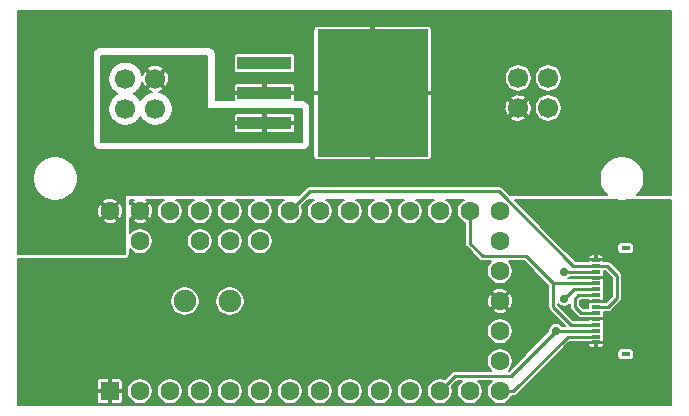
<source format=gbr>
G04 #@! TF.GenerationSoftware,KiCad,Pcbnew,(5.1.5)-2*
G04 #@! TF.CreationDate,2020-01-08T13:09:33+10:00*
G04 #@! TF.ProjectId,teensy-carrier,7465656e-7379-42d6-9361-72726965722e,rev?*
G04 #@! TF.SameCoordinates,Original*
G04 #@! TF.FileFunction,Copper,L1,Top*
G04 #@! TF.FilePolarity,Positive*
%FSLAX46Y46*%
G04 Gerber Fmt 4.6, Leading zero omitted, Abs format (unit mm)*
G04 Created by KiCad (PCBNEW (5.1.5)-2) date 2020-01-08 13:09:33*
%MOMM*%
%LPD*%
G04 APERTURE LIST*
%ADD10C,1.700000*%
%ADD11C,1.900000*%
%ADD12R,1.600000X1.600000*%
%ADD13C,1.600000*%
%ADD14R,9.400000X10.800000*%
%ADD15R,4.600000X1.100000*%
%ADD16R,0.800000X0.400000*%
%ADD17R,0.800000X0.300000*%
%ADD18C,0.700000*%
%ADD19C,0.200000*%
%ADD20C,0.250000*%
G04 APERTURE END LIST*
D10*
X676960000Y-371060000D03*
X676960000Y-373600000D03*
X679500000Y-371060000D03*
X679500000Y-373600000D03*
X712740000Y-373540000D03*
X712740000Y-371000000D03*
X710200000Y-373540000D03*
X710200000Y-371000000D03*
D11*
X681990000Y-389890000D03*
X685800000Y-389890000D03*
D12*
X675640000Y-397510000D03*
D13*
X678180000Y-397510000D03*
X680720000Y-397510000D03*
X683260000Y-397510000D03*
X685800000Y-397510000D03*
X688340000Y-397510000D03*
X690880000Y-397510000D03*
X693420000Y-397510000D03*
X695960000Y-397510000D03*
X698500000Y-397510000D03*
X701040000Y-397510000D03*
X703580000Y-397510000D03*
X706120000Y-397510000D03*
X688340000Y-384810000D03*
X685800000Y-384810000D03*
X683260000Y-384810000D03*
X678180000Y-384810000D03*
X675640000Y-382270000D03*
X678180000Y-382270000D03*
X680720000Y-382270000D03*
X683260000Y-382270000D03*
X685800000Y-382270000D03*
X688340000Y-382270000D03*
X690880000Y-382270000D03*
X693420000Y-382270000D03*
X695960000Y-382270000D03*
X698500000Y-382270000D03*
X701040000Y-382270000D03*
X703580000Y-382270000D03*
X706120000Y-382270000D03*
X708660000Y-397510000D03*
X708660000Y-394970000D03*
X708660000Y-392430000D03*
X708660000Y-382270000D03*
X708660000Y-384810000D03*
X708660000Y-387350000D03*
X708660000Y-389890000D03*
D14*
X697875000Y-372275000D03*
D15*
X688725000Y-374815000D03*
X688725000Y-372275000D03*
X688725000Y-369735000D03*
D16*
X719300000Y-385390000D03*
D17*
X716800000Y-386390000D03*
X716800000Y-386890000D03*
X716800000Y-387390000D03*
X716800000Y-387890000D03*
X716800000Y-388390000D03*
X716800000Y-388890000D03*
X716800000Y-389390000D03*
X716800000Y-389890000D03*
X716800000Y-390390000D03*
X716800000Y-390890000D03*
X716800000Y-391390000D03*
X716800000Y-391890000D03*
X716800000Y-392390000D03*
X716800000Y-392890000D03*
X716800000Y-393390000D03*
D16*
X719300000Y-394390000D03*
D18*
X690400000Y-369700000D03*
X688700000Y-369700000D03*
X687100000Y-369700000D03*
X717800000Y-388700000D03*
X702000000Y-376000000D03*
X700000000Y-376000000D03*
X698000000Y-376000000D03*
X702000000Y-374000000D03*
X700000000Y-374000000D03*
X698000000Y-374000000D03*
X702000000Y-372000000D03*
X700000000Y-372000000D03*
X698000000Y-372000000D03*
X702000000Y-370000000D03*
X700000000Y-370000000D03*
X698000000Y-370000000D03*
X696000000Y-376000000D03*
X696000000Y-374000000D03*
X696000000Y-372000000D03*
X696000000Y-370000000D03*
X694000000Y-376000000D03*
X694000000Y-374000000D03*
X694000000Y-372000000D03*
X694000000Y-370000000D03*
X702000000Y-368000000D03*
X700000000Y-368000000D03*
X698000000Y-368000000D03*
X696000000Y-368000000D03*
X694000000Y-368000000D03*
X713410000Y-392390000D03*
X714100000Y-389700000D03*
X714099996Y-387400000D03*
D19*
X716800000Y-385456994D02*
X716788000Y-385444994D01*
X716800000Y-394577004D02*
X716788000Y-394589004D01*
X715909994Y-389890000D02*
X715700000Y-390099994D01*
D20*
X714411370Y-392890000D02*
X716150000Y-392890000D01*
X709791370Y-397510000D02*
X714411370Y-392890000D01*
X716150000Y-392890000D02*
X716800000Y-392890000D01*
X708660000Y-397510000D02*
X709791370Y-397510000D01*
X713410000Y-392390000D02*
X716150000Y-392390000D01*
X716150000Y-392390000D02*
X716800000Y-392390000D01*
X709600000Y-396200000D02*
X713410000Y-392390000D01*
X703580000Y-397510000D02*
X704890000Y-396200000D01*
X704890000Y-396200000D02*
X709600000Y-396200000D01*
X716800000Y-388890000D02*
X714910000Y-388890000D01*
X714910000Y-388890000D02*
X714100000Y-389700000D01*
X716800000Y-388390000D02*
X713190000Y-388390000D01*
X713190000Y-390390000D02*
X713190000Y-388390000D01*
X716800000Y-391890000D02*
X714690000Y-391890000D01*
X714690000Y-391890000D02*
X713190000Y-390390000D01*
X706120000Y-383401370D02*
X706120000Y-382270000D01*
X706120000Y-385020000D02*
X706120000Y-383401370D01*
X707200000Y-386100000D02*
X706120000Y-385020000D01*
X713190000Y-388390000D02*
X710900000Y-386100000D01*
X710900000Y-386100000D02*
X707200000Y-386100000D01*
X716150000Y-390890000D02*
X716800000Y-390890000D01*
X715491004Y-390890000D02*
X716150000Y-390890000D01*
X715024999Y-389674009D02*
X715024999Y-390423995D01*
X715309008Y-389390000D02*
X715024999Y-389674009D01*
X715024999Y-390423995D02*
X715491004Y-390890000D01*
X716800000Y-389390000D02*
X715309008Y-389390000D01*
X714890000Y-386890000D02*
X716800000Y-386890000D01*
X708600000Y-380600000D02*
X714890000Y-386890000D01*
X690880000Y-382270000D02*
X692550000Y-380600000D01*
X692550000Y-380600000D02*
X708600000Y-380600000D01*
X718600000Y-389600000D02*
X717810000Y-390390000D01*
X718600000Y-387727499D02*
X718600000Y-389600000D01*
X717810000Y-390390000D02*
X716800000Y-390390000D01*
X716800000Y-386890000D02*
X717762501Y-386890000D01*
X717762501Y-386890000D02*
X718600000Y-387727499D01*
X716800000Y-387390000D02*
X714109996Y-387390000D01*
X714109996Y-387390000D02*
X714099996Y-387400000D01*
D19*
G36*
X723175001Y-380900000D02*
G01*
X720287005Y-380900000D01*
X720475826Y-380711179D01*
X720683758Y-380399987D01*
X720826984Y-380054209D01*
X720900000Y-379687134D01*
X720900000Y-379312866D01*
X720826984Y-378945791D01*
X720683758Y-378600013D01*
X720475826Y-378288821D01*
X720211179Y-378024174D01*
X719899987Y-377816242D01*
X719554209Y-377673016D01*
X719187134Y-377600000D01*
X718812866Y-377600000D01*
X718445791Y-377673016D01*
X718100013Y-377816242D01*
X717788821Y-378024174D01*
X717524174Y-378288821D01*
X717316242Y-378600013D01*
X717173016Y-378945791D01*
X717100000Y-379312866D01*
X717100000Y-379687134D01*
X717173016Y-380054209D01*
X717316242Y-380399987D01*
X717524174Y-380711179D01*
X717712995Y-380900000D01*
X709501040Y-380900000D01*
X708915284Y-380314244D01*
X708901974Y-380298026D01*
X708837260Y-380244916D01*
X708763427Y-380205452D01*
X708683314Y-380181150D01*
X708620874Y-380175000D01*
X708620867Y-380175000D01*
X708600000Y-380172945D01*
X708579133Y-380175000D01*
X692570867Y-380175000D01*
X692550000Y-380172945D01*
X692529133Y-380175000D01*
X692529126Y-380175000D01*
X692466686Y-380181150D01*
X692386573Y-380205452D01*
X692312740Y-380244916D01*
X692248026Y-380298026D01*
X692234716Y-380314244D01*
X691648960Y-380900000D01*
X677000000Y-380900000D01*
X676980491Y-380901921D01*
X676961732Y-380907612D01*
X676944443Y-380916853D01*
X676929289Y-380929289D01*
X676916853Y-380944443D01*
X676907612Y-380961732D01*
X676901921Y-380980491D01*
X676900000Y-381000000D01*
X676900000Y-385900000D01*
X667825000Y-385900000D01*
X667825000Y-383065819D01*
X674985602Y-383065819D01*
X675073874Y-383219335D01*
X675269958Y-383311540D01*
X675480263Y-383363719D01*
X675696706Y-383373867D01*
X675910970Y-383341593D01*
X676114821Y-383268139D01*
X676206126Y-383219335D01*
X676294398Y-383065819D01*
X675640000Y-382411421D01*
X674985602Y-383065819D01*
X667825000Y-383065819D01*
X667825000Y-382326706D01*
X674536133Y-382326706D01*
X674568407Y-382540970D01*
X674641861Y-382744821D01*
X674690665Y-382836126D01*
X674844181Y-382924398D01*
X675498579Y-382270000D01*
X675781421Y-382270000D01*
X676435819Y-382924398D01*
X676589335Y-382836126D01*
X676681540Y-382640042D01*
X676733719Y-382429737D01*
X676743867Y-382213294D01*
X676711593Y-381999030D01*
X676638139Y-381795179D01*
X676589335Y-381703874D01*
X676435819Y-381615602D01*
X675781421Y-382270000D01*
X675498579Y-382270000D01*
X674844181Y-381615602D01*
X674690665Y-381703874D01*
X674598460Y-381899958D01*
X674546281Y-382110263D01*
X674536133Y-382326706D01*
X667825000Y-382326706D01*
X667825000Y-381474181D01*
X674985602Y-381474181D01*
X675640000Y-382128579D01*
X676294398Y-381474181D01*
X676206126Y-381320665D01*
X676010042Y-381228460D01*
X675799737Y-381176281D01*
X675583294Y-381166133D01*
X675369030Y-381198407D01*
X675165179Y-381271861D01*
X675073874Y-381320665D01*
X674985602Y-381474181D01*
X667825000Y-381474181D01*
X667825000Y-379312866D01*
X669100000Y-379312866D01*
X669100000Y-379687134D01*
X669173016Y-380054209D01*
X669316242Y-380399987D01*
X669524174Y-380711179D01*
X669788821Y-380975826D01*
X670100013Y-381183758D01*
X670445791Y-381326984D01*
X670812866Y-381400000D01*
X671187134Y-381400000D01*
X671554209Y-381326984D01*
X671899987Y-381183758D01*
X672211179Y-380975826D01*
X672475826Y-380711179D01*
X672683758Y-380399987D01*
X672826984Y-380054209D01*
X672900000Y-379687134D01*
X672900000Y-379312866D01*
X672826984Y-378945791D01*
X672683758Y-378600013D01*
X672475826Y-378288821D01*
X672211179Y-378024174D01*
X671899987Y-377816242D01*
X671558999Y-377675000D01*
X692873548Y-377675000D01*
X692879340Y-377733810D01*
X692896495Y-377790361D01*
X692924352Y-377842478D01*
X692961841Y-377888159D01*
X693007522Y-377925648D01*
X693059639Y-377953505D01*
X693116190Y-377970660D01*
X693175000Y-377976452D01*
X697700000Y-377975000D01*
X697775000Y-377900000D01*
X697775000Y-372375000D01*
X697975000Y-372375000D01*
X697975000Y-377900000D01*
X698050000Y-377975000D01*
X702575000Y-377976452D01*
X702633810Y-377970660D01*
X702690361Y-377953505D01*
X702742478Y-377925648D01*
X702788159Y-377888159D01*
X702825648Y-377842478D01*
X702853505Y-377790361D01*
X702870660Y-377733810D01*
X702876452Y-377675000D01*
X702875535Y-374371506D01*
X709509915Y-374371506D01*
X709604226Y-374530143D01*
X709808841Y-374627346D01*
X710028488Y-374682764D01*
X710254726Y-374694267D01*
X710478860Y-374661412D01*
X710692279Y-374585461D01*
X710795774Y-374530143D01*
X710890085Y-374371506D01*
X710200000Y-373681421D01*
X709509915Y-374371506D01*
X702875535Y-374371506D01*
X702875319Y-373594726D01*
X709045733Y-373594726D01*
X709078588Y-373818860D01*
X709154539Y-374032279D01*
X709209857Y-374135774D01*
X709368494Y-374230085D01*
X710058579Y-373540000D01*
X710341421Y-373540000D01*
X711031506Y-374230085D01*
X711190143Y-374135774D01*
X711287346Y-373931159D01*
X711342764Y-373711512D01*
X711354267Y-373485274D01*
X711345686Y-373426735D01*
X711590000Y-373426735D01*
X711590000Y-373653265D01*
X711634194Y-373875443D01*
X711720884Y-374084729D01*
X711846737Y-374273082D01*
X712006918Y-374433263D01*
X712195271Y-374559116D01*
X712404557Y-374645806D01*
X712626735Y-374690000D01*
X712853265Y-374690000D01*
X713075443Y-374645806D01*
X713284729Y-374559116D01*
X713473082Y-374433263D01*
X713633263Y-374273082D01*
X713759116Y-374084729D01*
X713845806Y-373875443D01*
X713890000Y-373653265D01*
X713890000Y-373426735D01*
X713845806Y-373204557D01*
X713759116Y-372995271D01*
X713633263Y-372806918D01*
X713473082Y-372646737D01*
X713284729Y-372520884D01*
X713075443Y-372434194D01*
X712853265Y-372390000D01*
X712626735Y-372390000D01*
X712404557Y-372434194D01*
X712195271Y-372520884D01*
X712006918Y-372646737D01*
X711846737Y-372806918D01*
X711720884Y-372995271D01*
X711634194Y-373204557D01*
X711590000Y-373426735D01*
X711345686Y-373426735D01*
X711321412Y-373261140D01*
X711245461Y-373047721D01*
X711190143Y-372944226D01*
X711031506Y-372849915D01*
X710341421Y-373540000D01*
X710058579Y-373540000D01*
X709368494Y-372849915D01*
X709209857Y-372944226D01*
X709112654Y-373148841D01*
X709057236Y-373368488D01*
X709045733Y-373594726D01*
X702875319Y-373594726D01*
X702875073Y-372708494D01*
X709509915Y-372708494D01*
X710200000Y-373398579D01*
X710890085Y-372708494D01*
X710795774Y-372549857D01*
X710591159Y-372452654D01*
X710371512Y-372397236D01*
X710145274Y-372385733D01*
X709921140Y-372418588D01*
X709707721Y-372494539D01*
X709604226Y-372549857D01*
X709509915Y-372708494D01*
X702875073Y-372708494D01*
X702875000Y-372450000D01*
X702800000Y-372375000D01*
X697975000Y-372375000D01*
X697775000Y-372375000D01*
X692950000Y-372375000D01*
X692875000Y-372450000D01*
X692873548Y-377675000D01*
X671558999Y-377675000D01*
X671554209Y-377673016D01*
X671187134Y-377600000D01*
X670812866Y-377600000D01*
X670445791Y-377673016D01*
X670100013Y-377816242D01*
X669788821Y-378024174D01*
X669524174Y-378288821D01*
X669316242Y-378600013D01*
X669173016Y-378945791D01*
X669100000Y-379312866D01*
X667825000Y-379312866D01*
X667825000Y-369000000D01*
X674200000Y-369000000D01*
X674200000Y-376500000D01*
X674211529Y-376617054D01*
X674245672Y-376729610D01*
X674301118Y-376833342D01*
X674375736Y-376924264D01*
X674466658Y-376998882D01*
X674570390Y-377054328D01*
X674682946Y-377088471D01*
X674800000Y-377100000D01*
X692000000Y-377100000D01*
X692117054Y-377088471D01*
X692229610Y-377054328D01*
X692333342Y-376998882D01*
X692424264Y-376924264D01*
X692498882Y-376833342D01*
X692554328Y-376729610D01*
X692588471Y-376617054D01*
X692600000Y-376500000D01*
X692600000Y-373500000D01*
X692588471Y-373382946D01*
X692554328Y-373270390D01*
X692498882Y-373166658D01*
X692424264Y-373075736D01*
X692333342Y-373001118D01*
X692229610Y-372945672D01*
X692117054Y-372911529D01*
X692000000Y-372900000D01*
X691315749Y-372900000D01*
X691320660Y-372883810D01*
X691326452Y-372825000D01*
X691325000Y-372450000D01*
X691250000Y-372375000D01*
X688825000Y-372375000D01*
X688825000Y-372395000D01*
X688625000Y-372395000D01*
X688625000Y-372375000D01*
X686200000Y-372375000D01*
X686125000Y-372450000D01*
X686123548Y-372825000D01*
X686129340Y-372883810D01*
X686134251Y-372900000D01*
X684600000Y-372900000D01*
X684600000Y-371725000D01*
X686123548Y-371725000D01*
X686125000Y-372100000D01*
X686200000Y-372175000D01*
X688625000Y-372175000D01*
X688625000Y-371500000D01*
X688825000Y-371500000D01*
X688825000Y-372175000D01*
X691250000Y-372175000D01*
X691325000Y-372100000D01*
X691326452Y-371725000D01*
X691320660Y-371666190D01*
X691303505Y-371609639D01*
X691275648Y-371557522D01*
X691238159Y-371511841D01*
X691192478Y-371474352D01*
X691140361Y-371446495D01*
X691083810Y-371429340D01*
X691025000Y-371423548D01*
X688900000Y-371425000D01*
X688825000Y-371500000D01*
X688625000Y-371500000D01*
X688550000Y-371425000D01*
X686425000Y-371423548D01*
X686366190Y-371429340D01*
X686309639Y-371446495D01*
X686257522Y-371474352D01*
X686211841Y-371511841D01*
X686174352Y-371557522D01*
X686146495Y-371609639D01*
X686129340Y-371666190D01*
X686123548Y-371725000D01*
X684600000Y-371725000D01*
X684600000Y-369185000D01*
X686123549Y-369185000D01*
X686123549Y-370285000D01*
X686129341Y-370343810D01*
X686146496Y-370400360D01*
X686174353Y-370452477D01*
X686211842Y-370498158D01*
X686257523Y-370535647D01*
X686309640Y-370563504D01*
X686366190Y-370580659D01*
X686425000Y-370586451D01*
X691025000Y-370586451D01*
X691083810Y-370580659D01*
X691140360Y-370563504D01*
X691192477Y-370535647D01*
X691238158Y-370498158D01*
X691275647Y-370452477D01*
X691303504Y-370400360D01*
X691320659Y-370343810D01*
X691326451Y-370285000D01*
X691326451Y-369185000D01*
X691320659Y-369126190D01*
X691303504Y-369069640D01*
X691275647Y-369017523D01*
X691238158Y-368971842D01*
X691192477Y-368934353D01*
X691140360Y-368906496D01*
X691083810Y-368889341D01*
X691025000Y-368883549D01*
X686425000Y-368883549D01*
X686366190Y-368889341D01*
X686309640Y-368906496D01*
X686257523Y-368934353D01*
X686211842Y-368971842D01*
X686174353Y-369017523D01*
X686146496Y-369069640D01*
X686129341Y-369126190D01*
X686123549Y-369185000D01*
X684600000Y-369185000D01*
X684600000Y-369000000D01*
X684588471Y-368882946D01*
X684554328Y-368770390D01*
X684498882Y-368666658D01*
X684424264Y-368575736D01*
X684333342Y-368501118D01*
X684229610Y-368445672D01*
X684117054Y-368411529D01*
X684000000Y-368400000D01*
X674800000Y-368400000D01*
X674682946Y-368411529D01*
X674570390Y-368445672D01*
X674466658Y-368501118D01*
X674375736Y-368575736D01*
X674301118Y-368666658D01*
X674245672Y-368770390D01*
X674211529Y-368882946D01*
X674200000Y-369000000D01*
X667825000Y-369000000D01*
X667825000Y-366875000D01*
X692873548Y-366875000D01*
X692875000Y-372100000D01*
X692950000Y-372175000D01*
X697775000Y-372175000D01*
X697775000Y-366650000D01*
X697975000Y-366650000D01*
X697975000Y-372175000D01*
X702800000Y-372175000D01*
X702875000Y-372100000D01*
X702875337Y-370886735D01*
X709050000Y-370886735D01*
X709050000Y-371113265D01*
X709094194Y-371335443D01*
X709180884Y-371544729D01*
X709306737Y-371733082D01*
X709466918Y-371893263D01*
X709655271Y-372019116D01*
X709864557Y-372105806D01*
X710086735Y-372150000D01*
X710313265Y-372150000D01*
X710535443Y-372105806D01*
X710744729Y-372019116D01*
X710933082Y-371893263D01*
X711093263Y-371733082D01*
X711219116Y-371544729D01*
X711305806Y-371335443D01*
X711350000Y-371113265D01*
X711350000Y-370886735D01*
X711590000Y-370886735D01*
X711590000Y-371113265D01*
X711634194Y-371335443D01*
X711720884Y-371544729D01*
X711846737Y-371733082D01*
X712006918Y-371893263D01*
X712195271Y-372019116D01*
X712404557Y-372105806D01*
X712626735Y-372150000D01*
X712853265Y-372150000D01*
X713075443Y-372105806D01*
X713284729Y-372019116D01*
X713473082Y-371893263D01*
X713633263Y-371733082D01*
X713759116Y-371544729D01*
X713845806Y-371335443D01*
X713890000Y-371113265D01*
X713890000Y-370886735D01*
X713845806Y-370664557D01*
X713759116Y-370455271D01*
X713633263Y-370266918D01*
X713473082Y-370106737D01*
X713284729Y-369980884D01*
X713075443Y-369894194D01*
X712853265Y-369850000D01*
X712626735Y-369850000D01*
X712404557Y-369894194D01*
X712195271Y-369980884D01*
X712006918Y-370106737D01*
X711846737Y-370266918D01*
X711720884Y-370455271D01*
X711634194Y-370664557D01*
X711590000Y-370886735D01*
X711350000Y-370886735D01*
X711305806Y-370664557D01*
X711219116Y-370455271D01*
X711093263Y-370266918D01*
X710933082Y-370106737D01*
X710744729Y-369980884D01*
X710535443Y-369894194D01*
X710313265Y-369850000D01*
X710086735Y-369850000D01*
X709864557Y-369894194D01*
X709655271Y-369980884D01*
X709466918Y-370106737D01*
X709306737Y-370266918D01*
X709180884Y-370455271D01*
X709094194Y-370664557D01*
X709050000Y-370886735D01*
X702875337Y-370886735D01*
X702876452Y-366875000D01*
X702870660Y-366816190D01*
X702853505Y-366759639D01*
X702825648Y-366707522D01*
X702788159Y-366661841D01*
X702742478Y-366624352D01*
X702690361Y-366596495D01*
X702633810Y-366579340D01*
X702575000Y-366573548D01*
X698050000Y-366575000D01*
X697975000Y-366650000D01*
X697775000Y-366650000D01*
X697700000Y-366575000D01*
X693175000Y-366573548D01*
X693116190Y-366579340D01*
X693059639Y-366596495D01*
X693007522Y-366624352D01*
X692961841Y-366661841D01*
X692924352Y-366707522D01*
X692896495Y-366759639D01*
X692879340Y-366816190D01*
X692873548Y-366875000D01*
X667825000Y-366875000D01*
X667825000Y-365325000D01*
X723175001Y-365325000D01*
X723175001Y-380900000D01*
G37*
X723175001Y-380900000D02*
X720287005Y-380900000D01*
X720475826Y-380711179D01*
X720683758Y-380399987D01*
X720826984Y-380054209D01*
X720900000Y-379687134D01*
X720900000Y-379312866D01*
X720826984Y-378945791D01*
X720683758Y-378600013D01*
X720475826Y-378288821D01*
X720211179Y-378024174D01*
X719899987Y-377816242D01*
X719554209Y-377673016D01*
X719187134Y-377600000D01*
X718812866Y-377600000D01*
X718445791Y-377673016D01*
X718100013Y-377816242D01*
X717788821Y-378024174D01*
X717524174Y-378288821D01*
X717316242Y-378600013D01*
X717173016Y-378945791D01*
X717100000Y-379312866D01*
X717100000Y-379687134D01*
X717173016Y-380054209D01*
X717316242Y-380399987D01*
X717524174Y-380711179D01*
X717712995Y-380900000D01*
X709501040Y-380900000D01*
X708915284Y-380314244D01*
X708901974Y-380298026D01*
X708837260Y-380244916D01*
X708763427Y-380205452D01*
X708683314Y-380181150D01*
X708620874Y-380175000D01*
X708620867Y-380175000D01*
X708600000Y-380172945D01*
X708579133Y-380175000D01*
X692570867Y-380175000D01*
X692550000Y-380172945D01*
X692529133Y-380175000D01*
X692529126Y-380175000D01*
X692466686Y-380181150D01*
X692386573Y-380205452D01*
X692312740Y-380244916D01*
X692248026Y-380298026D01*
X692234716Y-380314244D01*
X691648960Y-380900000D01*
X677000000Y-380900000D01*
X676980491Y-380901921D01*
X676961732Y-380907612D01*
X676944443Y-380916853D01*
X676929289Y-380929289D01*
X676916853Y-380944443D01*
X676907612Y-380961732D01*
X676901921Y-380980491D01*
X676900000Y-381000000D01*
X676900000Y-385900000D01*
X667825000Y-385900000D01*
X667825000Y-383065819D01*
X674985602Y-383065819D01*
X675073874Y-383219335D01*
X675269958Y-383311540D01*
X675480263Y-383363719D01*
X675696706Y-383373867D01*
X675910970Y-383341593D01*
X676114821Y-383268139D01*
X676206126Y-383219335D01*
X676294398Y-383065819D01*
X675640000Y-382411421D01*
X674985602Y-383065819D01*
X667825000Y-383065819D01*
X667825000Y-382326706D01*
X674536133Y-382326706D01*
X674568407Y-382540970D01*
X674641861Y-382744821D01*
X674690665Y-382836126D01*
X674844181Y-382924398D01*
X675498579Y-382270000D01*
X675781421Y-382270000D01*
X676435819Y-382924398D01*
X676589335Y-382836126D01*
X676681540Y-382640042D01*
X676733719Y-382429737D01*
X676743867Y-382213294D01*
X676711593Y-381999030D01*
X676638139Y-381795179D01*
X676589335Y-381703874D01*
X676435819Y-381615602D01*
X675781421Y-382270000D01*
X675498579Y-382270000D01*
X674844181Y-381615602D01*
X674690665Y-381703874D01*
X674598460Y-381899958D01*
X674546281Y-382110263D01*
X674536133Y-382326706D01*
X667825000Y-382326706D01*
X667825000Y-381474181D01*
X674985602Y-381474181D01*
X675640000Y-382128579D01*
X676294398Y-381474181D01*
X676206126Y-381320665D01*
X676010042Y-381228460D01*
X675799737Y-381176281D01*
X675583294Y-381166133D01*
X675369030Y-381198407D01*
X675165179Y-381271861D01*
X675073874Y-381320665D01*
X674985602Y-381474181D01*
X667825000Y-381474181D01*
X667825000Y-379312866D01*
X669100000Y-379312866D01*
X669100000Y-379687134D01*
X669173016Y-380054209D01*
X669316242Y-380399987D01*
X669524174Y-380711179D01*
X669788821Y-380975826D01*
X670100013Y-381183758D01*
X670445791Y-381326984D01*
X670812866Y-381400000D01*
X671187134Y-381400000D01*
X671554209Y-381326984D01*
X671899987Y-381183758D01*
X672211179Y-380975826D01*
X672475826Y-380711179D01*
X672683758Y-380399987D01*
X672826984Y-380054209D01*
X672900000Y-379687134D01*
X672900000Y-379312866D01*
X672826984Y-378945791D01*
X672683758Y-378600013D01*
X672475826Y-378288821D01*
X672211179Y-378024174D01*
X671899987Y-377816242D01*
X671558999Y-377675000D01*
X692873548Y-377675000D01*
X692879340Y-377733810D01*
X692896495Y-377790361D01*
X692924352Y-377842478D01*
X692961841Y-377888159D01*
X693007522Y-377925648D01*
X693059639Y-377953505D01*
X693116190Y-377970660D01*
X693175000Y-377976452D01*
X697700000Y-377975000D01*
X697775000Y-377900000D01*
X697775000Y-372375000D01*
X697975000Y-372375000D01*
X697975000Y-377900000D01*
X698050000Y-377975000D01*
X702575000Y-377976452D01*
X702633810Y-377970660D01*
X702690361Y-377953505D01*
X702742478Y-377925648D01*
X702788159Y-377888159D01*
X702825648Y-377842478D01*
X702853505Y-377790361D01*
X702870660Y-377733810D01*
X702876452Y-377675000D01*
X702875535Y-374371506D01*
X709509915Y-374371506D01*
X709604226Y-374530143D01*
X709808841Y-374627346D01*
X710028488Y-374682764D01*
X710254726Y-374694267D01*
X710478860Y-374661412D01*
X710692279Y-374585461D01*
X710795774Y-374530143D01*
X710890085Y-374371506D01*
X710200000Y-373681421D01*
X709509915Y-374371506D01*
X702875535Y-374371506D01*
X702875319Y-373594726D01*
X709045733Y-373594726D01*
X709078588Y-373818860D01*
X709154539Y-374032279D01*
X709209857Y-374135774D01*
X709368494Y-374230085D01*
X710058579Y-373540000D01*
X710341421Y-373540000D01*
X711031506Y-374230085D01*
X711190143Y-374135774D01*
X711287346Y-373931159D01*
X711342764Y-373711512D01*
X711354267Y-373485274D01*
X711345686Y-373426735D01*
X711590000Y-373426735D01*
X711590000Y-373653265D01*
X711634194Y-373875443D01*
X711720884Y-374084729D01*
X711846737Y-374273082D01*
X712006918Y-374433263D01*
X712195271Y-374559116D01*
X712404557Y-374645806D01*
X712626735Y-374690000D01*
X712853265Y-374690000D01*
X713075443Y-374645806D01*
X713284729Y-374559116D01*
X713473082Y-374433263D01*
X713633263Y-374273082D01*
X713759116Y-374084729D01*
X713845806Y-373875443D01*
X713890000Y-373653265D01*
X713890000Y-373426735D01*
X713845806Y-373204557D01*
X713759116Y-372995271D01*
X713633263Y-372806918D01*
X713473082Y-372646737D01*
X713284729Y-372520884D01*
X713075443Y-372434194D01*
X712853265Y-372390000D01*
X712626735Y-372390000D01*
X712404557Y-372434194D01*
X712195271Y-372520884D01*
X712006918Y-372646737D01*
X711846737Y-372806918D01*
X711720884Y-372995271D01*
X711634194Y-373204557D01*
X711590000Y-373426735D01*
X711345686Y-373426735D01*
X711321412Y-373261140D01*
X711245461Y-373047721D01*
X711190143Y-372944226D01*
X711031506Y-372849915D01*
X710341421Y-373540000D01*
X710058579Y-373540000D01*
X709368494Y-372849915D01*
X709209857Y-372944226D01*
X709112654Y-373148841D01*
X709057236Y-373368488D01*
X709045733Y-373594726D01*
X702875319Y-373594726D01*
X702875073Y-372708494D01*
X709509915Y-372708494D01*
X710200000Y-373398579D01*
X710890085Y-372708494D01*
X710795774Y-372549857D01*
X710591159Y-372452654D01*
X710371512Y-372397236D01*
X710145274Y-372385733D01*
X709921140Y-372418588D01*
X709707721Y-372494539D01*
X709604226Y-372549857D01*
X709509915Y-372708494D01*
X702875073Y-372708494D01*
X702875000Y-372450000D01*
X702800000Y-372375000D01*
X697975000Y-372375000D01*
X697775000Y-372375000D01*
X692950000Y-372375000D01*
X692875000Y-372450000D01*
X692873548Y-377675000D01*
X671558999Y-377675000D01*
X671554209Y-377673016D01*
X671187134Y-377600000D01*
X670812866Y-377600000D01*
X670445791Y-377673016D01*
X670100013Y-377816242D01*
X669788821Y-378024174D01*
X669524174Y-378288821D01*
X669316242Y-378600013D01*
X669173016Y-378945791D01*
X669100000Y-379312866D01*
X667825000Y-379312866D01*
X667825000Y-369000000D01*
X674200000Y-369000000D01*
X674200000Y-376500000D01*
X674211529Y-376617054D01*
X674245672Y-376729610D01*
X674301118Y-376833342D01*
X674375736Y-376924264D01*
X674466658Y-376998882D01*
X674570390Y-377054328D01*
X674682946Y-377088471D01*
X674800000Y-377100000D01*
X692000000Y-377100000D01*
X692117054Y-377088471D01*
X692229610Y-377054328D01*
X692333342Y-376998882D01*
X692424264Y-376924264D01*
X692498882Y-376833342D01*
X692554328Y-376729610D01*
X692588471Y-376617054D01*
X692600000Y-376500000D01*
X692600000Y-373500000D01*
X692588471Y-373382946D01*
X692554328Y-373270390D01*
X692498882Y-373166658D01*
X692424264Y-373075736D01*
X692333342Y-373001118D01*
X692229610Y-372945672D01*
X692117054Y-372911529D01*
X692000000Y-372900000D01*
X691315749Y-372900000D01*
X691320660Y-372883810D01*
X691326452Y-372825000D01*
X691325000Y-372450000D01*
X691250000Y-372375000D01*
X688825000Y-372375000D01*
X688825000Y-372395000D01*
X688625000Y-372395000D01*
X688625000Y-372375000D01*
X686200000Y-372375000D01*
X686125000Y-372450000D01*
X686123548Y-372825000D01*
X686129340Y-372883810D01*
X686134251Y-372900000D01*
X684600000Y-372900000D01*
X684600000Y-371725000D01*
X686123548Y-371725000D01*
X686125000Y-372100000D01*
X686200000Y-372175000D01*
X688625000Y-372175000D01*
X688625000Y-371500000D01*
X688825000Y-371500000D01*
X688825000Y-372175000D01*
X691250000Y-372175000D01*
X691325000Y-372100000D01*
X691326452Y-371725000D01*
X691320660Y-371666190D01*
X691303505Y-371609639D01*
X691275648Y-371557522D01*
X691238159Y-371511841D01*
X691192478Y-371474352D01*
X691140361Y-371446495D01*
X691083810Y-371429340D01*
X691025000Y-371423548D01*
X688900000Y-371425000D01*
X688825000Y-371500000D01*
X688625000Y-371500000D01*
X688550000Y-371425000D01*
X686425000Y-371423548D01*
X686366190Y-371429340D01*
X686309639Y-371446495D01*
X686257522Y-371474352D01*
X686211841Y-371511841D01*
X686174352Y-371557522D01*
X686146495Y-371609639D01*
X686129340Y-371666190D01*
X686123548Y-371725000D01*
X684600000Y-371725000D01*
X684600000Y-369185000D01*
X686123549Y-369185000D01*
X686123549Y-370285000D01*
X686129341Y-370343810D01*
X686146496Y-370400360D01*
X686174353Y-370452477D01*
X686211842Y-370498158D01*
X686257523Y-370535647D01*
X686309640Y-370563504D01*
X686366190Y-370580659D01*
X686425000Y-370586451D01*
X691025000Y-370586451D01*
X691083810Y-370580659D01*
X691140360Y-370563504D01*
X691192477Y-370535647D01*
X691238158Y-370498158D01*
X691275647Y-370452477D01*
X691303504Y-370400360D01*
X691320659Y-370343810D01*
X691326451Y-370285000D01*
X691326451Y-369185000D01*
X691320659Y-369126190D01*
X691303504Y-369069640D01*
X691275647Y-369017523D01*
X691238158Y-368971842D01*
X691192477Y-368934353D01*
X691140360Y-368906496D01*
X691083810Y-368889341D01*
X691025000Y-368883549D01*
X686425000Y-368883549D01*
X686366190Y-368889341D01*
X686309640Y-368906496D01*
X686257523Y-368934353D01*
X686211842Y-368971842D01*
X686174353Y-369017523D01*
X686146496Y-369069640D01*
X686129341Y-369126190D01*
X686123549Y-369185000D01*
X684600000Y-369185000D01*
X684600000Y-369000000D01*
X684588471Y-368882946D01*
X684554328Y-368770390D01*
X684498882Y-368666658D01*
X684424264Y-368575736D01*
X684333342Y-368501118D01*
X684229610Y-368445672D01*
X684117054Y-368411529D01*
X684000000Y-368400000D01*
X674800000Y-368400000D01*
X674682946Y-368411529D01*
X674570390Y-368445672D01*
X674466658Y-368501118D01*
X674375736Y-368575736D01*
X674301118Y-368666658D01*
X674245672Y-368770390D01*
X674211529Y-368882946D01*
X674200000Y-369000000D01*
X667825000Y-369000000D01*
X667825000Y-366875000D01*
X692873548Y-366875000D01*
X692875000Y-372100000D01*
X692950000Y-372175000D01*
X697775000Y-372175000D01*
X697775000Y-366650000D01*
X697975000Y-366650000D01*
X697975000Y-372175000D01*
X702800000Y-372175000D01*
X702875000Y-372100000D01*
X702875337Y-370886735D01*
X709050000Y-370886735D01*
X709050000Y-371113265D01*
X709094194Y-371335443D01*
X709180884Y-371544729D01*
X709306737Y-371733082D01*
X709466918Y-371893263D01*
X709655271Y-372019116D01*
X709864557Y-372105806D01*
X710086735Y-372150000D01*
X710313265Y-372150000D01*
X710535443Y-372105806D01*
X710744729Y-372019116D01*
X710933082Y-371893263D01*
X711093263Y-371733082D01*
X711219116Y-371544729D01*
X711305806Y-371335443D01*
X711350000Y-371113265D01*
X711350000Y-370886735D01*
X711590000Y-370886735D01*
X711590000Y-371113265D01*
X711634194Y-371335443D01*
X711720884Y-371544729D01*
X711846737Y-371733082D01*
X712006918Y-371893263D01*
X712195271Y-372019116D01*
X712404557Y-372105806D01*
X712626735Y-372150000D01*
X712853265Y-372150000D01*
X713075443Y-372105806D01*
X713284729Y-372019116D01*
X713473082Y-371893263D01*
X713633263Y-371733082D01*
X713759116Y-371544729D01*
X713845806Y-371335443D01*
X713890000Y-371113265D01*
X713890000Y-370886735D01*
X713845806Y-370664557D01*
X713759116Y-370455271D01*
X713633263Y-370266918D01*
X713473082Y-370106737D01*
X713284729Y-369980884D01*
X713075443Y-369894194D01*
X712853265Y-369850000D01*
X712626735Y-369850000D01*
X712404557Y-369894194D01*
X712195271Y-369980884D01*
X712006918Y-370106737D01*
X711846737Y-370266918D01*
X711720884Y-370455271D01*
X711634194Y-370664557D01*
X711590000Y-370886735D01*
X711350000Y-370886735D01*
X711305806Y-370664557D01*
X711219116Y-370455271D01*
X711093263Y-370266918D01*
X710933082Y-370106737D01*
X710744729Y-369980884D01*
X710535443Y-369894194D01*
X710313265Y-369850000D01*
X710086735Y-369850000D01*
X709864557Y-369894194D01*
X709655271Y-369980884D01*
X709466918Y-370106737D01*
X709306737Y-370266918D01*
X709180884Y-370455271D01*
X709094194Y-370664557D01*
X709050000Y-370886735D01*
X702875337Y-370886735D01*
X702876452Y-366875000D01*
X702870660Y-366816190D01*
X702853505Y-366759639D01*
X702825648Y-366707522D01*
X702788159Y-366661841D01*
X702742478Y-366624352D01*
X702690361Y-366596495D01*
X702633810Y-366579340D01*
X702575000Y-366573548D01*
X698050000Y-366575000D01*
X697975000Y-366650000D01*
X697775000Y-366650000D01*
X697700000Y-366575000D01*
X693175000Y-366573548D01*
X693116190Y-366579340D01*
X693059639Y-366596495D01*
X693007522Y-366624352D01*
X692961841Y-366661841D01*
X692924352Y-366707522D01*
X692896495Y-366759639D01*
X692879340Y-366816190D01*
X692873548Y-366875000D01*
X667825000Y-366875000D01*
X667825000Y-365325000D01*
X723175001Y-365325000D01*
X723175001Y-380900000D01*
G36*
X677613874Y-381320665D02*
G01*
X677525602Y-381474181D01*
X678180000Y-382128579D01*
X678834398Y-381474181D01*
X678746126Y-381320665D01*
X678702180Y-381300000D01*
X680191761Y-381300000D01*
X680018791Y-381415575D01*
X679865575Y-381568791D01*
X679745193Y-381748955D01*
X679662273Y-381949142D01*
X679620000Y-382161659D01*
X679620000Y-382378341D01*
X679662273Y-382590858D01*
X679745193Y-382791045D01*
X679865575Y-382971209D01*
X680018791Y-383124425D01*
X680198955Y-383244807D01*
X680399142Y-383327727D01*
X680611659Y-383370000D01*
X680828341Y-383370000D01*
X681040858Y-383327727D01*
X681241045Y-383244807D01*
X681421209Y-383124425D01*
X681574425Y-382971209D01*
X681694807Y-382791045D01*
X681777727Y-382590858D01*
X681820000Y-382378341D01*
X681820000Y-382161659D01*
X681777727Y-381949142D01*
X681694807Y-381748955D01*
X681574425Y-381568791D01*
X681421209Y-381415575D01*
X681248239Y-381300000D01*
X682731761Y-381300000D01*
X682558791Y-381415575D01*
X682405575Y-381568791D01*
X682285193Y-381748955D01*
X682202273Y-381949142D01*
X682160000Y-382161659D01*
X682160000Y-382378341D01*
X682202273Y-382590858D01*
X682285193Y-382791045D01*
X682405575Y-382971209D01*
X682558791Y-383124425D01*
X682738955Y-383244807D01*
X682939142Y-383327727D01*
X683151659Y-383370000D01*
X683368341Y-383370000D01*
X683580858Y-383327727D01*
X683781045Y-383244807D01*
X683961209Y-383124425D01*
X684114425Y-382971209D01*
X684234807Y-382791045D01*
X684317727Y-382590858D01*
X684360000Y-382378341D01*
X684360000Y-382161659D01*
X684317727Y-381949142D01*
X684234807Y-381748955D01*
X684114425Y-381568791D01*
X683961209Y-381415575D01*
X683788239Y-381300000D01*
X685271761Y-381300000D01*
X685098791Y-381415575D01*
X684945575Y-381568791D01*
X684825193Y-381748955D01*
X684742273Y-381949142D01*
X684700000Y-382161659D01*
X684700000Y-382378341D01*
X684742273Y-382590858D01*
X684825193Y-382791045D01*
X684945575Y-382971209D01*
X685098791Y-383124425D01*
X685278955Y-383244807D01*
X685479142Y-383327727D01*
X685691659Y-383370000D01*
X685908341Y-383370000D01*
X686120858Y-383327727D01*
X686321045Y-383244807D01*
X686501209Y-383124425D01*
X686654425Y-382971209D01*
X686774807Y-382791045D01*
X686857727Y-382590858D01*
X686900000Y-382378341D01*
X686900000Y-382161659D01*
X686857727Y-381949142D01*
X686774807Y-381748955D01*
X686654425Y-381568791D01*
X686501209Y-381415575D01*
X686328239Y-381300000D01*
X687811761Y-381300000D01*
X687638791Y-381415575D01*
X687485575Y-381568791D01*
X687365193Y-381748955D01*
X687282273Y-381949142D01*
X687240000Y-382161659D01*
X687240000Y-382378341D01*
X687282273Y-382590858D01*
X687365193Y-382791045D01*
X687485575Y-382971209D01*
X687638791Y-383124425D01*
X687818955Y-383244807D01*
X688019142Y-383327727D01*
X688231659Y-383370000D01*
X688448341Y-383370000D01*
X688660858Y-383327727D01*
X688861045Y-383244807D01*
X689041209Y-383124425D01*
X689194425Y-382971209D01*
X689314807Y-382791045D01*
X689397727Y-382590858D01*
X689440000Y-382378341D01*
X689440000Y-382161659D01*
X689397727Y-381949142D01*
X689314807Y-381748955D01*
X689194425Y-381568791D01*
X689041209Y-381415575D01*
X688868239Y-381300000D01*
X690351761Y-381300000D01*
X690178791Y-381415575D01*
X690025575Y-381568791D01*
X689905193Y-381748955D01*
X689822273Y-381949142D01*
X689780000Y-382161659D01*
X689780000Y-382378341D01*
X689822273Y-382590858D01*
X689905193Y-382791045D01*
X690025575Y-382971209D01*
X690178791Y-383124425D01*
X690358955Y-383244807D01*
X690559142Y-383327727D01*
X690771659Y-383370000D01*
X690988341Y-383370000D01*
X691200858Y-383327727D01*
X691401045Y-383244807D01*
X691581209Y-383124425D01*
X691734425Y-382971209D01*
X691854807Y-382791045D01*
X691937727Y-382590858D01*
X691980000Y-382378341D01*
X691980000Y-382161659D01*
X691937727Y-381949142D01*
X691897944Y-381853096D01*
X692451040Y-381300000D01*
X692891761Y-381300000D01*
X692718791Y-381415575D01*
X692565575Y-381568791D01*
X692445193Y-381748955D01*
X692362273Y-381949142D01*
X692320000Y-382161659D01*
X692320000Y-382378341D01*
X692362273Y-382590858D01*
X692445193Y-382791045D01*
X692565575Y-382971209D01*
X692718791Y-383124425D01*
X692898955Y-383244807D01*
X693099142Y-383327727D01*
X693311659Y-383370000D01*
X693528341Y-383370000D01*
X693740858Y-383327727D01*
X693941045Y-383244807D01*
X694121209Y-383124425D01*
X694274425Y-382971209D01*
X694394807Y-382791045D01*
X694477727Y-382590858D01*
X694520000Y-382378341D01*
X694520000Y-382161659D01*
X694477727Y-381949142D01*
X694394807Y-381748955D01*
X694274425Y-381568791D01*
X694121209Y-381415575D01*
X693948239Y-381300000D01*
X695431761Y-381300000D01*
X695258791Y-381415575D01*
X695105575Y-381568791D01*
X694985193Y-381748955D01*
X694902273Y-381949142D01*
X694860000Y-382161659D01*
X694860000Y-382378341D01*
X694902273Y-382590858D01*
X694985193Y-382791045D01*
X695105575Y-382971209D01*
X695258791Y-383124425D01*
X695438955Y-383244807D01*
X695639142Y-383327727D01*
X695851659Y-383370000D01*
X696068341Y-383370000D01*
X696280858Y-383327727D01*
X696481045Y-383244807D01*
X696661209Y-383124425D01*
X696814425Y-382971209D01*
X696934807Y-382791045D01*
X697017727Y-382590858D01*
X697060000Y-382378341D01*
X697060000Y-382161659D01*
X697017727Y-381949142D01*
X696934807Y-381748955D01*
X696814425Y-381568791D01*
X696661209Y-381415575D01*
X696488239Y-381300000D01*
X697971761Y-381300000D01*
X697798791Y-381415575D01*
X697645575Y-381568791D01*
X697525193Y-381748955D01*
X697442273Y-381949142D01*
X697400000Y-382161659D01*
X697400000Y-382378341D01*
X697442273Y-382590858D01*
X697525193Y-382791045D01*
X697645575Y-382971209D01*
X697798791Y-383124425D01*
X697978955Y-383244807D01*
X698179142Y-383327727D01*
X698391659Y-383370000D01*
X698608341Y-383370000D01*
X698820858Y-383327727D01*
X699021045Y-383244807D01*
X699201209Y-383124425D01*
X699354425Y-382971209D01*
X699474807Y-382791045D01*
X699557727Y-382590858D01*
X699600000Y-382378341D01*
X699600000Y-382161659D01*
X699557727Y-381949142D01*
X699474807Y-381748955D01*
X699354425Y-381568791D01*
X699201209Y-381415575D01*
X699028239Y-381300000D01*
X700511761Y-381300000D01*
X700338791Y-381415575D01*
X700185575Y-381568791D01*
X700065193Y-381748955D01*
X699982273Y-381949142D01*
X699940000Y-382161659D01*
X699940000Y-382378341D01*
X699982273Y-382590858D01*
X700065193Y-382791045D01*
X700185575Y-382971209D01*
X700338791Y-383124425D01*
X700518955Y-383244807D01*
X700719142Y-383327727D01*
X700931659Y-383370000D01*
X701148341Y-383370000D01*
X701360858Y-383327727D01*
X701561045Y-383244807D01*
X701741209Y-383124425D01*
X701894425Y-382971209D01*
X702014807Y-382791045D01*
X702097727Y-382590858D01*
X702140000Y-382378341D01*
X702140000Y-382161659D01*
X702097727Y-381949142D01*
X702014807Y-381748955D01*
X701894425Y-381568791D01*
X701741209Y-381415575D01*
X701568239Y-381300000D01*
X703051761Y-381300000D01*
X702878791Y-381415575D01*
X702725575Y-381568791D01*
X702605193Y-381748955D01*
X702522273Y-381949142D01*
X702480000Y-382161659D01*
X702480000Y-382378341D01*
X702522273Y-382590858D01*
X702605193Y-382791045D01*
X702725575Y-382971209D01*
X702878791Y-383124425D01*
X703058955Y-383244807D01*
X703259142Y-383327727D01*
X703471659Y-383370000D01*
X703688341Y-383370000D01*
X703900858Y-383327727D01*
X704101045Y-383244807D01*
X704281209Y-383124425D01*
X704434425Y-382971209D01*
X704554807Y-382791045D01*
X704637727Y-382590858D01*
X704680000Y-382378341D01*
X704680000Y-382161659D01*
X704637727Y-381949142D01*
X704554807Y-381748955D01*
X704434425Y-381568791D01*
X704281209Y-381415575D01*
X704108239Y-381300000D01*
X705591761Y-381300000D01*
X705418791Y-381415575D01*
X705265575Y-381568791D01*
X705145193Y-381748955D01*
X705062273Y-381949142D01*
X705020000Y-382161659D01*
X705020000Y-382378341D01*
X705062273Y-382590858D01*
X705145193Y-382791045D01*
X705265575Y-382971209D01*
X705418791Y-383124425D01*
X705598955Y-383244807D01*
X705695000Y-383284590D01*
X705695000Y-383422243D01*
X705695001Y-383422253D01*
X705695000Y-384999133D01*
X705692945Y-385020000D01*
X705695000Y-385040867D01*
X705695000Y-385040873D01*
X705701150Y-385103313D01*
X705725452Y-385183426D01*
X705764916Y-385257259D01*
X705818026Y-385321974D01*
X705834244Y-385335284D01*
X706884716Y-386385756D01*
X706898026Y-386401974D01*
X706962740Y-386455084D01*
X707036573Y-386494548D01*
X707116686Y-386518850D01*
X707179126Y-386525000D01*
X707179133Y-386525000D01*
X707200000Y-386527055D01*
X707220867Y-386525000D01*
X707929366Y-386525000D01*
X707805575Y-386648791D01*
X707685193Y-386828955D01*
X707602273Y-387029142D01*
X707560000Y-387241659D01*
X707560000Y-387458341D01*
X707602273Y-387670858D01*
X707685193Y-387871045D01*
X707805575Y-388051209D01*
X707958791Y-388204425D01*
X708138955Y-388324807D01*
X708339142Y-388407727D01*
X708551659Y-388450000D01*
X708768341Y-388450000D01*
X708980858Y-388407727D01*
X709181045Y-388324807D01*
X709361209Y-388204425D01*
X709514425Y-388051209D01*
X709634807Y-387871045D01*
X709717727Y-387670858D01*
X709760000Y-387458341D01*
X709760000Y-387241659D01*
X709717727Y-387029142D01*
X709634807Y-386828955D01*
X709514425Y-386648791D01*
X709390634Y-386525000D01*
X710723960Y-386525000D01*
X712765001Y-388566042D01*
X712765000Y-390369133D01*
X712762945Y-390390000D01*
X712765000Y-390410867D01*
X712765000Y-390410873D01*
X712769457Y-390456126D01*
X712771150Y-390473314D01*
X712776016Y-390489353D01*
X712795452Y-390553426D01*
X712834916Y-390627259D01*
X712888026Y-390691974D01*
X712904243Y-390705283D01*
X714163959Y-391965000D01*
X713904239Y-391965000D01*
X713824351Y-391885112D01*
X713717890Y-391813978D01*
X713599598Y-391764979D01*
X713474019Y-391740000D01*
X713345981Y-391740000D01*
X713220402Y-391764979D01*
X713102110Y-391813978D01*
X712995649Y-391885112D01*
X712905112Y-391975649D01*
X712833978Y-392082110D01*
X712784979Y-392200402D01*
X712760000Y-392325981D01*
X712760000Y-392438959D01*
X709423960Y-395775000D01*
X709410634Y-395775000D01*
X709514425Y-395671209D01*
X709634807Y-395491045D01*
X709717727Y-395290858D01*
X709760000Y-395078341D01*
X709760000Y-394861659D01*
X709717727Y-394649142D01*
X709634807Y-394448955D01*
X709514425Y-394268791D01*
X709361209Y-394115575D01*
X709181045Y-393995193D01*
X708980858Y-393912273D01*
X708768341Y-393870000D01*
X708551659Y-393870000D01*
X708339142Y-393912273D01*
X708138955Y-393995193D01*
X707958791Y-394115575D01*
X707805575Y-394268791D01*
X707685193Y-394448955D01*
X707602273Y-394649142D01*
X707560000Y-394861659D01*
X707560000Y-395078341D01*
X707602273Y-395290858D01*
X707685193Y-395491045D01*
X707805575Y-395671209D01*
X707909366Y-395775000D01*
X704910867Y-395775000D01*
X704890000Y-395772945D01*
X704869133Y-395775000D01*
X704869126Y-395775000D01*
X704806686Y-395781150D01*
X704726572Y-395805452D01*
X704700855Y-395819199D01*
X704652740Y-395844916D01*
X704588026Y-395898026D01*
X704574721Y-395914238D01*
X703996903Y-396492056D01*
X703900858Y-396452273D01*
X703688341Y-396410000D01*
X703471659Y-396410000D01*
X703259142Y-396452273D01*
X703058955Y-396535193D01*
X702878791Y-396655575D01*
X702725575Y-396808791D01*
X702605193Y-396988955D01*
X702522273Y-397189142D01*
X702480000Y-397401659D01*
X702480000Y-397618341D01*
X702522273Y-397830858D01*
X702605193Y-398031045D01*
X702725575Y-398211209D01*
X702878791Y-398364425D01*
X703058955Y-398484807D01*
X703259142Y-398567727D01*
X703471659Y-398610000D01*
X703688341Y-398610000D01*
X703900858Y-398567727D01*
X704101045Y-398484807D01*
X704281209Y-398364425D01*
X704434425Y-398211209D01*
X704554807Y-398031045D01*
X704637727Y-397830858D01*
X704680000Y-397618341D01*
X704680000Y-397401659D01*
X704637727Y-397189142D01*
X704597944Y-397093097D01*
X705066041Y-396625000D01*
X705464550Y-396625000D01*
X705418791Y-396655575D01*
X705265575Y-396808791D01*
X705145193Y-396988955D01*
X705062273Y-397189142D01*
X705020000Y-397401659D01*
X705020000Y-397618341D01*
X705062273Y-397830858D01*
X705145193Y-398031045D01*
X705265575Y-398211209D01*
X705418791Y-398364425D01*
X705598955Y-398484807D01*
X705799142Y-398567727D01*
X706011659Y-398610000D01*
X706228341Y-398610000D01*
X706440858Y-398567727D01*
X706641045Y-398484807D01*
X706821209Y-398364425D01*
X706974425Y-398211209D01*
X707094807Y-398031045D01*
X707177727Y-397830858D01*
X707220000Y-397618341D01*
X707220000Y-397401659D01*
X707177727Y-397189142D01*
X707094807Y-396988955D01*
X706974425Y-396808791D01*
X706821209Y-396655575D01*
X706775450Y-396625000D01*
X708004550Y-396625000D01*
X707958791Y-396655575D01*
X707805575Y-396808791D01*
X707685193Y-396988955D01*
X707602273Y-397189142D01*
X707560000Y-397401659D01*
X707560000Y-397618341D01*
X707602273Y-397830858D01*
X707685193Y-398031045D01*
X707805575Y-398211209D01*
X707958791Y-398364425D01*
X708138955Y-398484807D01*
X708339142Y-398567727D01*
X708551659Y-398610000D01*
X708768341Y-398610000D01*
X708980858Y-398567727D01*
X709181045Y-398484807D01*
X709361209Y-398364425D01*
X709514425Y-398211209D01*
X709634807Y-398031045D01*
X709674590Y-397935000D01*
X709770503Y-397935000D01*
X709791370Y-397937055D01*
X709812237Y-397935000D01*
X709812244Y-397935000D01*
X709874684Y-397928850D01*
X709954797Y-397904548D01*
X710028630Y-397865084D01*
X710093344Y-397811974D01*
X710106654Y-397795756D01*
X713712410Y-394190000D01*
X718598549Y-394190000D01*
X718598549Y-394590000D01*
X718604341Y-394648810D01*
X718621496Y-394705360D01*
X718649353Y-394757477D01*
X718686842Y-394803158D01*
X718732523Y-394840647D01*
X718784640Y-394868504D01*
X718841190Y-394885659D01*
X718900000Y-394891451D01*
X719700000Y-394891451D01*
X719758810Y-394885659D01*
X719815360Y-394868504D01*
X719867477Y-394840647D01*
X719913158Y-394803158D01*
X719950647Y-394757477D01*
X719978504Y-394705360D01*
X719995659Y-394648810D01*
X720001451Y-394590000D01*
X720001451Y-394190000D01*
X719995659Y-394131190D01*
X719978504Y-394074640D01*
X719950647Y-394022523D01*
X719913158Y-393976842D01*
X719867477Y-393939353D01*
X719815360Y-393911496D01*
X719758810Y-393894341D01*
X719700000Y-393888549D01*
X718900000Y-393888549D01*
X718841190Y-393894341D01*
X718784640Y-393911496D01*
X718732523Y-393939353D01*
X718686842Y-393976842D01*
X718649353Y-394022523D01*
X718621496Y-394074640D01*
X718604341Y-394131190D01*
X718598549Y-394190000D01*
X713712410Y-394190000D01*
X714362410Y-393540000D01*
X716098548Y-393540000D01*
X716104340Y-393598810D01*
X716121495Y-393655361D01*
X716149352Y-393707478D01*
X716186841Y-393753159D01*
X716232522Y-393790648D01*
X716284639Y-393818505D01*
X716341190Y-393835660D01*
X716400000Y-393841452D01*
X716625000Y-393840000D01*
X716700000Y-393765000D01*
X716700000Y-393440000D01*
X716900000Y-393440000D01*
X716900000Y-393765000D01*
X716975000Y-393840000D01*
X717200000Y-393841452D01*
X717258810Y-393835660D01*
X717315361Y-393818505D01*
X717367478Y-393790648D01*
X717413159Y-393753159D01*
X717450648Y-393707478D01*
X717478505Y-393655361D01*
X717495660Y-393598810D01*
X717501452Y-393540000D01*
X717500000Y-393515000D01*
X717425000Y-393440000D01*
X716900000Y-393440000D01*
X716700000Y-393440000D01*
X716175000Y-393440000D01*
X716100000Y-393515000D01*
X716098548Y-393540000D01*
X714362410Y-393540000D01*
X714587410Y-393315000D01*
X716150000Y-393315000D01*
X716175000Y-393340000D01*
X716385267Y-393340000D01*
X716400000Y-393341451D01*
X717200000Y-393341451D01*
X717214733Y-393340000D01*
X717425000Y-393340000D01*
X717500000Y-393265000D01*
X717501452Y-393240000D01*
X717495660Y-393181190D01*
X717483164Y-393139998D01*
X717495659Y-393098810D01*
X717501451Y-393040000D01*
X717501451Y-392740000D01*
X717495659Y-392681190D01*
X717483164Y-392640000D01*
X717495659Y-392598810D01*
X717501451Y-392540000D01*
X717501451Y-392240000D01*
X717495659Y-392181190D01*
X717483164Y-392140000D01*
X717495659Y-392098810D01*
X717501451Y-392040000D01*
X717501451Y-391740000D01*
X717495659Y-391681190D01*
X717483164Y-391640002D01*
X717495660Y-391598810D01*
X717501452Y-391540000D01*
X717500000Y-391515000D01*
X717425000Y-391440000D01*
X717214733Y-391440000D01*
X717200000Y-391438549D01*
X716400000Y-391438549D01*
X716385267Y-391440000D01*
X716175000Y-391440000D01*
X716150000Y-391465000D01*
X714866041Y-391465000D01*
X713615000Y-390213960D01*
X713615000Y-390134239D01*
X713685649Y-390204888D01*
X713792110Y-390276022D01*
X713910402Y-390325021D01*
X714035981Y-390350000D01*
X714164019Y-390350000D01*
X714289598Y-390325021D01*
X714407890Y-390276022D01*
X714514351Y-390204888D01*
X714600000Y-390119239D01*
X714600000Y-390403119D01*
X714597944Y-390423995D01*
X714606149Y-390507309D01*
X714625932Y-390572523D01*
X714630452Y-390587422D01*
X714669916Y-390661255D01*
X714723026Y-390725969D01*
X714739238Y-390739274D01*
X715175720Y-391175756D01*
X715189030Y-391191974D01*
X715253744Y-391245084D01*
X715327577Y-391284548D01*
X715407690Y-391308850D01*
X715491004Y-391317056D01*
X715511878Y-391315000D01*
X716150000Y-391315000D01*
X716175000Y-391340000D01*
X716385267Y-391340000D01*
X716400000Y-391341451D01*
X717200000Y-391341451D01*
X717214733Y-391340000D01*
X717425000Y-391340000D01*
X717500000Y-391265000D01*
X717501452Y-391240000D01*
X717495660Y-391181190D01*
X717483164Y-391139998D01*
X717495659Y-391098810D01*
X717501451Y-391040000D01*
X717501451Y-390815000D01*
X717789133Y-390815000D01*
X717810000Y-390817055D01*
X717830867Y-390815000D01*
X717830874Y-390815000D01*
X717893314Y-390808850D01*
X717973427Y-390784548D01*
X718047260Y-390745084D01*
X718111974Y-390691974D01*
X718125283Y-390675757D01*
X718885762Y-389915279D01*
X718901974Y-389901974D01*
X718955084Y-389837260D01*
X718983918Y-389783314D01*
X718994548Y-389763428D01*
X719018850Y-389683314D01*
X719021822Y-389653135D01*
X719025000Y-389620874D01*
X719025000Y-389620867D01*
X719027055Y-389600000D01*
X719025000Y-389579133D01*
X719025000Y-387748365D01*
X719027055Y-387727498D01*
X719025000Y-387706631D01*
X719025000Y-387706625D01*
X719018850Y-387644185D01*
X718994548Y-387564072D01*
X718955084Y-387490239D01*
X718901974Y-387425525D01*
X718885763Y-387412221D01*
X718077784Y-386604243D01*
X718064475Y-386588026D01*
X717999761Y-386534916D01*
X717925928Y-386495452D01*
X717845815Y-386471150D01*
X717783375Y-386465000D01*
X717783368Y-386465000D01*
X717762501Y-386462945D01*
X717741634Y-386465000D01*
X717450000Y-386465000D01*
X717425000Y-386440000D01*
X717214733Y-386440000D01*
X717200000Y-386438549D01*
X716400000Y-386438549D01*
X716385267Y-386440000D01*
X716175000Y-386440000D01*
X716150000Y-386465000D01*
X715066041Y-386465000D01*
X714841041Y-386240000D01*
X716098548Y-386240000D01*
X716100000Y-386265000D01*
X716175000Y-386340000D01*
X716700000Y-386340000D01*
X716700000Y-386015000D01*
X716900000Y-386015000D01*
X716900000Y-386340000D01*
X717425000Y-386340000D01*
X717500000Y-386265000D01*
X717501452Y-386240000D01*
X717495660Y-386181190D01*
X717478505Y-386124639D01*
X717450648Y-386072522D01*
X717413159Y-386026841D01*
X717367478Y-385989352D01*
X717315361Y-385961495D01*
X717258810Y-385944340D01*
X717200000Y-385938548D01*
X716975000Y-385940000D01*
X716900000Y-386015000D01*
X716700000Y-386015000D01*
X716625000Y-385940000D01*
X716400000Y-385938548D01*
X716341190Y-385944340D01*
X716284639Y-385961495D01*
X716232522Y-385989352D01*
X716186841Y-386026841D01*
X716149352Y-386072522D01*
X716121495Y-386124639D01*
X716104340Y-386181190D01*
X716098548Y-386240000D01*
X714841041Y-386240000D01*
X713791041Y-385190000D01*
X718598549Y-385190000D01*
X718598549Y-385590000D01*
X718604341Y-385648810D01*
X718621496Y-385705360D01*
X718649353Y-385757477D01*
X718686842Y-385803158D01*
X718732523Y-385840647D01*
X718784640Y-385868504D01*
X718841190Y-385885659D01*
X718900000Y-385891451D01*
X719700000Y-385891451D01*
X719758810Y-385885659D01*
X719815360Y-385868504D01*
X719867477Y-385840647D01*
X719913158Y-385803158D01*
X719950647Y-385757477D01*
X719978504Y-385705360D01*
X719995659Y-385648810D01*
X720001451Y-385590000D01*
X720001451Y-385190000D01*
X719995659Y-385131190D01*
X719978504Y-385074640D01*
X719950647Y-385022523D01*
X719913158Y-384976842D01*
X719867477Y-384939353D01*
X719815360Y-384911496D01*
X719758810Y-384894341D01*
X719700000Y-384888549D01*
X718900000Y-384888549D01*
X718841190Y-384894341D01*
X718784640Y-384911496D01*
X718732523Y-384939353D01*
X718686842Y-384976842D01*
X718649353Y-385022523D01*
X718621496Y-385074640D01*
X718604341Y-385131190D01*
X718598549Y-385190000D01*
X713791041Y-385190000D01*
X709901040Y-381300000D01*
X718380646Y-381300000D01*
X718445791Y-381326984D01*
X718812866Y-381400000D01*
X719187134Y-381400000D01*
X719554209Y-381326984D01*
X719619354Y-381300000D01*
X723175001Y-381300000D01*
X723175000Y-398675000D01*
X667825000Y-398675000D01*
X667825000Y-398310000D01*
X674538548Y-398310000D01*
X674544340Y-398368810D01*
X674561495Y-398425361D01*
X674589352Y-398477478D01*
X674626841Y-398523159D01*
X674672522Y-398560648D01*
X674724639Y-398588505D01*
X674781190Y-398605660D01*
X674840000Y-398611452D01*
X675465000Y-398610000D01*
X675540000Y-398535000D01*
X675540000Y-397610000D01*
X675740000Y-397610000D01*
X675740000Y-398535000D01*
X675815000Y-398610000D01*
X676440000Y-398611452D01*
X676498810Y-398605660D01*
X676555361Y-398588505D01*
X676607478Y-398560648D01*
X676653159Y-398523159D01*
X676690648Y-398477478D01*
X676718505Y-398425361D01*
X676735660Y-398368810D01*
X676741452Y-398310000D01*
X676740000Y-397685000D01*
X676665000Y-397610000D01*
X675740000Y-397610000D01*
X675540000Y-397610000D01*
X674615000Y-397610000D01*
X674540000Y-397685000D01*
X674538548Y-398310000D01*
X667825000Y-398310000D01*
X667825000Y-396710000D01*
X674538548Y-396710000D01*
X674540000Y-397335000D01*
X674615000Y-397410000D01*
X675540000Y-397410000D01*
X675540000Y-396485000D01*
X675740000Y-396485000D01*
X675740000Y-397410000D01*
X676665000Y-397410000D01*
X676673341Y-397401659D01*
X677080000Y-397401659D01*
X677080000Y-397618341D01*
X677122273Y-397830858D01*
X677205193Y-398031045D01*
X677325575Y-398211209D01*
X677478791Y-398364425D01*
X677658955Y-398484807D01*
X677859142Y-398567727D01*
X678071659Y-398610000D01*
X678288341Y-398610000D01*
X678500858Y-398567727D01*
X678701045Y-398484807D01*
X678881209Y-398364425D01*
X679034425Y-398211209D01*
X679154807Y-398031045D01*
X679237727Y-397830858D01*
X679280000Y-397618341D01*
X679280000Y-397401659D01*
X679620000Y-397401659D01*
X679620000Y-397618341D01*
X679662273Y-397830858D01*
X679745193Y-398031045D01*
X679865575Y-398211209D01*
X680018791Y-398364425D01*
X680198955Y-398484807D01*
X680399142Y-398567727D01*
X680611659Y-398610000D01*
X680828341Y-398610000D01*
X681040858Y-398567727D01*
X681241045Y-398484807D01*
X681421209Y-398364425D01*
X681574425Y-398211209D01*
X681694807Y-398031045D01*
X681777727Y-397830858D01*
X681820000Y-397618341D01*
X681820000Y-397401659D01*
X682160000Y-397401659D01*
X682160000Y-397618341D01*
X682202273Y-397830858D01*
X682285193Y-398031045D01*
X682405575Y-398211209D01*
X682558791Y-398364425D01*
X682738955Y-398484807D01*
X682939142Y-398567727D01*
X683151659Y-398610000D01*
X683368341Y-398610000D01*
X683580858Y-398567727D01*
X683781045Y-398484807D01*
X683961209Y-398364425D01*
X684114425Y-398211209D01*
X684234807Y-398031045D01*
X684317727Y-397830858D01*
X684360000Y-397618341D01*
X684360000Y-397401659D01*
X684700000Y-397401659D01*
X684700000Y-397618341D01*
X684742273Y-397830858D01*
X684825193Y-398031045D01*
X684945575Y-398211209D01*
X685098791Y-398364425D01*
X685278955Y-398484807D01*
X685479142Y-398567727D01*
X685691659Y-398610000D01*
X685908341Y-398610000D01*
X686120858Y-398567727D01*
X686321045Y-398484807D01*
X686501209Y-398364425D01*
X686654425Y-398211209D01*
X686774807Y-398031045D01*
X686857727Y-397830858D01*
X686900000Y-397618341D01*
X686900000Y-397401659D01*
X687240000Y-397401659D01*
X687240000Y-397618341D01*
X687282273Y-397830858D01*
X687365193Y-398031045D01*
X687485575Y-398211209D01*
X687638791Y-398364425D01*
X687818955Y-398484807D01*
X688019142Y-398567727D01*
X688231659Y-398610000D01*
X688448341Y-398610000D01*
X688660858Y-398567727D01*
X688861045Y-398484807D01*
X689041209Y-398364425D01*
X689194425Y-398211209D01*
X689314807Y-398031045D01*
X689397727Y-397830858D01*
X689440000Y-397618341D01*
X689440000Y-397401659D01*
X689780000Y-397401659D01*
X689780000Y-397618341D01*
X689822273Y-397830858D01*
X689905193Y-398031045D01*
X690025575Y-398211209D01*
X690178791Y-398364425D01*
X690358955Y-398484807D01*
X690559142Y-398567727D01*
X690771659Y-398610000D01*
X690988341Y-398610000D01*
X691200858Y-398567727D01*
X691401045Y-398484807D01*
X691581209Y-398364425D01*
X691734425Y-398211209D01*
X691854807Y-398031045D01*
X691937727Y-397830858D01*
X691980000Y-397618341D01*
X691980000Y-397401659D01*
X692320000Y-397401659D01*
X692320000Y-397618341D01*
X692362273Y-397830858D01*
X692445193Y-398031045D01*
X692565575Y-398211209D01*
X692718791Y-398364425D01*
X692898955Y-398484807D01*
X693099142Y-398567727D01*
X693311659Y-398610000D01*
X693528341Y-398610000D01*
X693740858Y-398567727D01*
X693941045Y-398484807D01*
X694121209Y-398364425D01*
X694274425Y-398211209D01*
X694394807Y-398031045D01*
X694477727Y-397830858D01*
X694520000Y-397618341D01*
X694520000Y-397401659D01*
X694860000Y-397401659D01*
X694860000Y-397618341D01*
X694902273Y-397830858D01*
X694985193Y-398031045D01*
X695105575Y-398211209D01*
X695258791Y-398364425D01*
X695438955Y-398484807D01*
X695639142Y-398567727D01*
X695851659Y-398610000D01*
X696068341Y-398610000D01*
X696280858Y-398567727D01*
X696481045Y-398484807D01*
X696661209Y-398364425D01*
X696814425Y-398211209D01*
X696934807Y-398031045D01*
X697017727Y-397830858D01*
X697060000Y-397618341D01*
X697060000Y-397401659D01*
X697400000Y-397401659D01*
X697400000Y-397618341D01*
X697442273Y-397830858D01*
X697525193Y-398031045D01*
X697645575Y-398211209D01*
X697798791Y-398364425D01*
X697978955Y-398484807D01*
X698179142Y-398567727D01*
X698391659Y-398610000D01*
X698608341Y-398610000D01*
X698820858Y-398567727D01*
X699021045Y-398484807D01*
X699201209Y-398364425D01*
X699354425Y-398211209D01*
X699474807Y-398031045D01*
X699557727Y-397830858D01*
X699600000Y-397618341D01*
X699600000Y-397401659D01*
X699940000Y-397401659D01*
X699940000Y-397618341D01*
X699982273Y-397830858D01*
X700065193Y-398031045D01*
X700185575Y-398211209D01*
X700338791Y-398364425D01*
X700518955Y-398484807D01*
X700719142Y-398567727D01*
X700931659Y-398610000D01*
X701148341Y-398610000D01*
X701360858Y-398567727D01*
X701561045Y-398484807D01*
X701741209Y-398364425D01*
X701894425Y-398211209D01*
X702014807Y-398031045D01*
X702097727Y-397830858D01*
X702140000Y-397618341D01*
X702140000Y-397401659D01*
X702097727Y-397189142D01*
X702014807Y-396988955D01*
X701894425Y-396808791D01*
X701741209Y-396655575D01*
X701561045Y-396535193D01*
X701360858Y-396452273D01*
X701148341Y-396410000D01*
X700931659Y-396410000D01*
X700719142Y-396452273D01*
X700518955Y-396535193D01*
X700338791Y-396655575D01*
X700185575Y-396808791D01*
X700065193Y-396988955D01*
X699982273Y-397189142D01*
X699940000Y-397401659D01*
X699600000Y-397401659D01*
X699557727Y-397189142D01*
X699474807Y-396988955D01*
X699354425Y-396808791D01*
X699201209Y-396655575D01*
X699021045Y-396535193D01*
X698820858Y-396452273D01*
X698608341Y-396410000D01*
X698391659Y-396410000D01*
X698179142Y-396452273D01*
X697978955Y-396535193D01*
X697798791Y-396655575D01*
X697645575Y-396808791D01*
X697525193Y-396988955D01*
X697442273Y-397189142D01*
X697400000Y-397401659D01*
X697060000Y-397401659D01*
X697017727Y-397189142D01*
X696934807Y-396988955D01*
X696814425Y-396808791D01*
X696661209Y-396655575D01*
X696481045Y-396535193D01*
X696280858Y-396452273D01*
X696068341Y-396410000D01*
X695851659Y-396410000D01*
X695639142Y-396452273D01*
X695438955Y-396535193D01*
X695258791Y-396655575D01*
X695105575Y-396808791D01*
X694985193Y-396988955D01*
X694902273Y-397189142D01*
X694860000Y-397401659D01*
X694520000Y-397401659D01*
X694477727Y-397189142D01*
X694394807Y-396988955D01*
X694274425Y-396808791D01*
X694121209Y-396655575D01*
X693941045Y-396535193D01*
X693740858Y-396452273D01*
X693528341Y-396410000D01*
X693311659Y-396410000D01*
X693099142Y-396452273D01*
X692898955Y-396535193D01*
X692718791Y-396655575D01*
X692565575Y-396808791D01*
X692445193Y-396988955D01*
X692362273Y-397189142D01*
X692320000Y-397401659D01*
X691980000Y-397401659D01*
X691937727Y-397189142D01*
X691854807Y-396988955D01*
X691734425Y-396808791D01*
X691581209Y-396655575D01*
X691401045Y-396535193D01*
X691200858Y-396452273D01*
X690988341Y-396410000D01*
X690771659Y-396410000D01*
X690559142Y-396452273D01*
X690358955Y-396535193D01*
X690178791Y-396655575D01*
X690025575Y-396808791D01*
X689905193Y-396988955D01*
X689822273Y-397189142D01*
X689780000Y-397401659D01*
X689440000Y-397401659D01*
X689397727Y-397189142D01*
X689314807Y-396988955D01*
X689194425Y-396808791D01*
X689041209Y-396655575D01*
X688861045Y-396535193D01*
X688660858Y-396452273D01*
X688448341Y-396410000D01*
X688231659Y-396410000D01*
X688019142Y-396452273D01*
X687818955Y-396535193D01*
X687638791Y-396655575D01*
X687485575Y-396808791D01*
X687365193Y-396988955D01*
X687282273Y-397189142D01*
X687240000Y-397401659D01*
X686900000Y-397401659D01*
X686857727Y-397189142D01*
X686774807Y-396988955D01*
X686654425Y-396808791D01*
X686501209Y-396655575D01*
X686321045Y-396535193D01*
X686120858Y-396452273D01*
X685908341Y-396410000D01*
X685691659Y-396410000D01*
X685479142Y-396452273D01*
X685278955Y-396535193D01*
X685098791Y-396655575D01*
X684945575Y-396808791D01*
X684825193Y-396988955D01*
X684742273Y-397189142D01*
X684700000Y-397401659D01*
X684360000Y-397401659D01*
X684317727Y-397189142D01*
X684234807Y-396988955D01*
X684114425Y-396808791D01*
X683961209Y-396655575D01*
X683781045Y-396535193D01*
X683580858Y-396452273D01*
X683368341Y-396410000D01*
X683151659Y-396410000D01*
X682939142Y-396452273D01*
X682738955Y-396535193D01*
X682558791Y-396655575D01*
X682405575Y-396808791D01*
X682285193Y-396988955D01*
X682202273Y-397189142D01*
X682160000Y-397401659D01*
X681820000Y-397401659D01*
X681777727Y-397189142D01*
X681694807Y-396988955D01*
X681574425Y-396808791D01*
X681421209Y-396655575D01*
X681241045Y-396535193D01*
X681040858Y-396452273D01*
X680828341Y-396410000D01*
X680611659Y-396410000D01*
X680399142Y-396452273D01*
X680198955Y-396535193D01*
X680018791Y-396655575D01*
X679865575Y-396808791D01*
X679745193Y-396988955D01*
X679662273Y-397189142D01*
X679620000Y-397401659D01*
X679280000Y-397401659D01*
X679237727Y-397189142D01*
X679154807Y-396988955D01*
X679034425Y-396808791D01*
X678881209Y-396655575D01*
X678701045Y-396535193D01*
X678500858Y-396452273D01*
X678288341Y-396410000D01*
X678071659Y-396410000D01*
X677859142Y-396452273D01*
X677658955Y-396535193D01*
X677478791Y-396655575D01*
X677325575Y-396808791D01*
X677205193Y-396988955D01*
X677122273Y-397189142D01*
X677080000Y-397401659D01*
X676673341Y-397401659D01*
X676740000Y-397335000D01*
X676741452Y-396710000D01*
X676735660Y-396651190D01*
X676718505Y-396594639D01*
X676690648Y-396542522D01*
X676653159Y-396496841D01*
X676607478Y-396459352D01*
X676555361Y-396431495D01*
X676498810Y-396414340D01*
X676440000Y-396408548D01*
X675815000Y-396410000D01*
X675740000Y-396485000D01*
X675540000Y-396485000D01*
X675465000Y-396410000D01*
X674840000Y-396408548D01*
X674781190Y-396414340D01*
X674724639Y-396431495D01*
X674672522Y-396459352D01*
X674626841Y-396496841D01*
X674589352Y-396542522D01*
X674561495Y-396594639D01*
X674544340Y-396651190D01*
X674538548Y-396710000D01*
X667825000Y-396710000D01*
X667825000Y-392321659D01*
X707560000Y-392321659D01*
X707560000Y-392538341D01*
X707602273Y-392750858D01*
X707685193Y-392951045D01*
X707805575Y-393131209D01*
X707958791Y-393284425D01*
X708138955Y-393404807D01*
X708339142Y-393487727D01*
X708551659Y-393530000D01*
X708768341Y-393530000D01*
X708980858Y-393487727D01*
X709181045Y-393404807D01*
X709361209Y-393284425D01*
X709514425Y-393131209D01*
X709634807Y-392951045D01*
X709717727Y-392750858D01*
X709760000Y-392538341D01*
X709760000Y-392321659D01*
X709717727Y-392109142D01*
X709634807Y-391908955D01*
X709514425Y-391728791D01*
X709361209Y-391575575D01*
X709181045Y-391455193D01*
X708980858Y-391372273D01*
X708768341Y-391330000D01*
X708551659Y-391330000D01*
X708339142Y-391372273D01*
X708138955Y-391455193D01*
X707958791Y-391575575D01*
X707805575Y-391728791D01*
X707685193Y-391908955D01*
X707602273Y-392109142D01*
X707560000Y-392321659D01*
X667825000Y-392321659D01*
X667825000Y-389766886D01*
X680740000Y-389766886D01*
X680740000Y-390013114D01*
X680788037Y-390254611D01*
X680882265Y-390482097D01*
X681019062Y-390686828D01*
X681193172Y-390860938D01*
X681397903Y-390997735D01*
X681625389Y-391091963D01*
X681866886Y-391140000D01*
X682113114Y-391140000D01*
X682354611Y-391091963D01*
X682582097Y-390997735D01*
X682786828Y-390860938D01*
X682960938Y-390686828D01*
X683097735Y-390482097D01*
X683191963Y-390254611D01*
X683240000Y-390013114D01*
X683240000Y-389766886D01*
X684550000Y-389766886D01*
X684550000Y-390013114D01*
X684598037Y-390254611D01*
X684692265Y-390482097D01*
X684829062Y-390686828D01*
X685003172Y-390860938D01*
X685207903Y-390997735D01*
X685435389Y-391091963D01*
X685676886Y-391140000D01*
X685923114Y-391140000D01*
X686164611Y-391091963D01*
X686392097Y-390997735D01*
X686596828Y-390860938D01*
X686770938Y-390686828D01*
X686771612Y-390685819D01*
X708005602Y-390685819D01*
X708093874Y-390839335D01*
X708289958Y-390931540D01*
X708500263Y-390983719D01*
X708716706Y-390993867D01*
X708930970Y-390961593D01*
X709134821Y-390888139D01*
X709226126Y-390839335D01*
X709314398Y-390685819D01*
X708660000Y-390031421D01*
X708005602Y-390685819D01*
X686771612Y-390685819D01*
X686907735Y-390482097D01*
X687001963Y-390254611D01*
X687050000Y-390013114D01*
X687050000Y-389946706D01*
X707556133Y-389946706D01*
X707588407Y-390160970D01*
X707661861Y-390364821D01*
X707710665Y-390456126D01*
X707864181Y-390544398D01*
X708518579Y-389890000D01*
X708801421Y-389890000D01*
X709455819Y-390544398D01*
X709609335Y-390456126D01*
X709701540Y-390260042D01*
X709753719Y-390049737D01*
X709763867Y-389833294D01*
X709731593Y-389619030D01*
X709658139Y-389415179D01*
X709609335Y-389323874D01*
X709455819Y-389235602D01*
X708801421Y-389890000D01*
X708518579Y-389890000D01*
X707864181Y-389235602D01*
X707710665Y-389323874D01*
X707618460Y-389519958D01*
X707566281Y-389730263D01*
X707556133Y-389946706D01*
X687050000Y-389946706D01*
X687050000Y-389766886D01*
X687001963Y-389525389D01*
X686907735Y-389297903D01*
X686771613Y-389094181D01*
X708005602Y-389094181D01*
X708660000Y-389748579D01*
X709314398Y-389094181D01*
X709226126Y-388940665D01*
X709030042Y-388848460D01*
X708819737Y-388796281D01*
X708603294Y-388786133D01*
X708389030Y-388818407D01*
X708185179Y-388891861D01*
X708093874Y-388940665D01*
X708005602Y-389094181D01*
X686771613Y-389094181D01*
X686770938Y-389093172D01*
X686596828Y-388919062D01*
X686392097Y-388782265D01*
X686164611Y-388688037D01*
X685923114Y-388640000D01*
X685676886Y-388640000D01*
X685435389Y-388688037D01*
X685207903Y-388782265D01*
X685003172Y-388919062D01*
X684829062Y-389093172D01*
X684692265Y-389297903D01*
X684598037Y-389525389D01*
X684550000Y-389766886D01*
X683240000Y-389766886D01*
X683191963Y-389525389D01*
X683097735Y-389297903D01*
X682960938Y-389093172D01*
X682786828Y-388919062D01*
X682582097Y-388782265D01*
X682354611Y-388688037D01*
X682113114Y-388640000D01*
X681866886Y-388640000D01*
X681625389Y-388688037D01*
X681397903Y-388782265D01*
X681193172Y-388919062D01*
X681019062Y-389093172D01*
X680882265Y-389297903D01*
X680788037Y-389525389D01*
X680740000Y-389766886D01*
X667825000Y-389766886D01*
X667825000Y-386300000D01*
X677000000Y-386300000D01*
X677058527Y-386294236D01*
X677114805Y-386277164D01*
X677166671Y-386249441D01*
X677212132Y-386212132D01*
X677249441Y-386166671D01*
X677277164Y-386114805D01*
X677294236Y-386058527D01*
X677300000Y-386000000D01*
X677300000Y-385472933D01*
X677325575Y-385511209D01*
X677478791Y-385664425D01*
X677658955Y-385784807D01*
X677859142Y-385867727D01*
X678071659Y-385910000D01*
X678288341Y-385910000D01*
X678500858Y-385867727D01*
X678701045Y-385784807D01*
X678881209Y-385664425D01*
X679034425Y-385511209D01*
X679154807Y-385331045D01*
X679237727Y-385130858D01*
X679280000Y-384918341D01*
X679280000Y-384701659D01*
X682160000Y-384701659D01*
X682160000Y-384918341D01*
X682202273Y-385130858D01*
X682285193Y-385331045D01*
X682405575Y-385511209D01*
X682558791Y-385664425D01*
X682738955Y-385784807D01*
X682939142Y-385867727D01*
X683151659Y-385910000D01*
X683368341Y-385910000D01*
X683580858Y-385867727D01*
X683781045Y-385784807D01*
X683961209Y-385664425D01*
X684114425Y-385511209D01*
X684234807Y-385331045D01*
X684317727Y-385130858D01*
X684360000Y-384918341D01*
X684360000Y-384701659D01*
X684700000Y-384701659D01*
X684700000Y-384918341D01*
X684742273Y-385130858D01*
X684825193Y-385331045D01*
X684945575Y-385511209D01*
X685098791Y-385664425D01*
X685278955Y-385784807D01*
X685479142Y-385867727D01*
X685691659Y-385910000D01*
X685908341Y-385910000D01*
X686120858Y-385867727D01*
X686321045Y-385784807D01*
X686501209Y-385664425D01*
X686654425Y-385511209D01*
X686774807Y-385331045D01*
X686857727Y-385130858D01*
X686900000Y-384918341D01*
X686900000Y-384701659D01*
X687240000Y-384701659D01*
X687240000Y-384918341D01*
X687282273Y-385130858D01*
X687365193Y-385331045D01*
X687485575Y-385511209D01*
X687638791Y-385664425D01*
X687818955Y-385784807D01*
X688019142Y-385867727D01*
X688231659Y-385910000D01*
X688448341Y-385910000D01*
X688660858Y-385867727D01*
X688861045Y-385784807D01*
X689041209Y-385664425D01*
X689194425Y-385511209D01*
X689314807Y-385331045D01*
X689397727Y-385130858D01*
X689440000Y-384918341D01*
X689440000Y-384701659D01*
X689397727Y-384489142D01*
X689314807Y-384288955D01*
X689194425Y-384108791D01*
X689041209Y-383955575D01*
X688861045Y-383835193D01*
X688660858Y-383752273D01*
X688448341Y-383710000D01*
X688231659Y-383710000D01*
X688019142Y-383752273D01*
X687818955Y-383835193D01*
X687638791Y-383955575D01*
X687485575Y-384108791D01*
X687365193Y-384288955D01*
X687282273Y-384489142D01*
X687240000Y-384701659D01*
X686900000Y-384701659D01*
X686857727Y-384489142D01*
X686774807Y-384288955D01*
X686654425Y-384108791D01*
X686501209Y-383955575D01*
X686321045Y-383835193D01*
X686120858Y-383752273D01*
X685908341Y-383710000D01*
X685691659Y-383710000D01*
X685479142Y-383752273D01*
X685278955Y-383835193D01*
X685098791Y-383955575D01*
X684945575Y-384108791D01*
X684825193Y-384288955D01*
X684742273Y-384489142D01*
X684700000Y-384701659D01*
X684360000Y-384701659D01*
X684317727Y-384489142D01*
X684234807Y-384288955D01*
X684114425Y-384108791D01*
X683961209Y-383955575D01*
X683781045Y-383835193D01*
X683580858Y-383752273D01*
X683368341Y-383710000D01*
X683151659Y-383710000D01*
X682939142Y-383752273D01*
X682738955Y-383835193D01*
X682558791Y-383955575D01*
X682405575Y-384108791D01*
X682285193Y-384288955D01*
X682202273Y-384489142D01*
X682160000Y-384701659D01*
X679280000Y-384701659D01*
X679237727Y-384489142D01*
X679154807Y-384288955D01*
X679034425Y-384108791D01*
X678881209Y-383955575D01*
X678701045Y-383835193D01*
X678500858Y-383752273D01*
X678288341Y-383710000D01*
X678071659Y-383710000D01*
X677859142Y-383752273D01*
X677658955Y-383835193D01*
X677478791Y-383955575D01*
X677325575Y-384108791D01*
X677300000Y-384147067D01*
X677300000Y-383065819D01*
X677525602Y-383065819D01*
X677613874Y-383219335D01*
X677809958Y-383311540D01*
X678020263Y-383363719D01*
X678236706Y-383373867D01*
X678450970Y-383341593D01*
X678654821Y-383268139D01*
X678746126Y-383219335D01*
X678834398Y-383065819D01*
X678180000Y-382411421D01*
X677525602Y-383065819D01*
X677300000Y-383065819D01*
X677300000Y-382875994D01*
X677384181Y-382924398D01*
X678038579Y-382270000D01*
X678321421Y-382270000D01*
X678975819Y-382924398D01*
X679129335Y-382836126D01*
X679221540Y-382640042D01*
X679273719Y-382429737D01*
X679283867Y-382213294D01*
X679251593Y-381999030D01*
X679178139Y-381795179D01*
X679129335Y-381703874D01*
X678975819Y-381615602D01*
X678321421Y-382270000D01*
X678038579Y-382270000D01*
X677384181Y-381615602D01*
X677300000Y-381664006D01*
X677300000Y-381300000D01*
X677652535Y-381300000D01*
X677613874Y-381320665D01*
G37*
X677613874Y-381320665D02*
X677525602Y-381474181D01*
X678180000Y-382128579D01*
X678834398Y-381474181D01*
X678746126Y-381320665D01*
X678702180Y-381300000D01*
X680191761Y-381300000D01*
X680018791Y-381415575D01*
X679865575Y-381568791D01*
X679745193Y-381748955D01*
X679662273Y-381949142D01*
X679620000Y-382161659D01*
X679620000Y-382378341D01*
X679662273Y-382590858D01*
X679745193Y-382791045D01*
X679865575Y-382971209D01*
X680018791Y-383124425D01*
X680198955Y-383244807D01*
X680399142Y-383327727D01*
X680611659Y-383370000D01*
X680828341Y-383370000D01*
X681040858Y-383327727D01*
X681241045Y-383244807D01*
X681421209Y-383124425D01*
X681574425Y-382971209D01*
X681694807Y-382791045D01*
X681777727Y-382590858D01*
X681820000Y-382378341D01*
X681820000Y-382161659D01*
X681777727Y-381949142D01*
X681694807Y-381748955D01*
X681574425Y-381568791D01*
X681421209Y-381415575D01*
X681248239Y-381300000D01*
X682731761Y-381300000D01*
X682558791Y-381415575D01*
X682405575Y-381568791D01*
X682285193Y-381748955D01*
X682202273Y-381949142D01*
X682160000Y-382161659D01*
X682160000Y-382378341D01*
X682202273Y-382590858D01*
X682285193Y-382791045D01*
X682405575Y-382971209D01*
X682558791Y-383124425D01*
X682738955Y-383244807D01*
X682939142Y-383327727D01*
X683151659Y-383370000D01*
X683368341Y-383370000D01*
X683580858Y-383327727D01*
X683781045Y-383244807D01*
X683961209Y-383124425D01*
X684114425Y-382971209D01*
X684234807Y-382791045D01*
X684317727Y-382590858D01*
X684360000Y-382378341D01*
X684360000Y-382161659D01*
X684317727Y-381949142D01*
X684234807Y-381748955D01*
X684114425Y-381568791D01*
X683961209Y-381415575D01*
X683788239Y-381300000D01*
X685271761Y-381300000D01*
X685098791Y-381415575D01*
X684945575Y-381568791D01*
X684825193Y-381748955D01*
X684742273Y-381949142D01*
X684700000Y-382161659D01*
X684700000Y-382378341D01*
X684742273Y-382590858D01*
X684825193Y-382791045D01*
X684945575Y-382971209D01*
X685098791Y-383124425D01*
X685278955Y-383244807D01*
X685479142Y-383327727D01*
X685691659Y-383370000D01*
X685908341Y-383370000D01*
X686120858Y-383327727D01*
X686321045Y-383244807D01*
X686501209Y-383124425D01*
X686654425Y-382971209D01*
X686774807Y-382791045D01*
X686857727Y-382590858D01*
X686900000Y-382378341D01*
X686900000Y-382161659D01*
X686857727Y-381949142D01*
X686774807Y-381748955D01*
X686654425Y-381568791D01*
X686501209Y-381415575D01*
X686328239Y-381300000D01*
X687811761Y-381300000D01*
X687638791Y-381415575D01*
X687485575Y-381568791D01*
X687365193Y-381748955D01*
X687282273Y-381949142D01*
X687240000Y-382161659D01*
X687240000Y-382378341D01*
X687282273Y-382590858D01*
X687365193Y-382791045D01*
X687485575Y-382971209D01*
X687638791Y-383124425D01*
X687818955Y-383244807D01*
X688019142Y-383327727D01*
X688231659Y-383370000D01*
X688448341Y-383370000D01*
X688660858Y-383327727D01*
X688861045Y-383244807D01*
X689041209Y-383124425D01*
X689194425Y-382971209D01*
X689314807Y-382791045D01*
X689397727Y-382590858D01*
X689440000Y-382378341D01*
X689440000Y-382161659D01*
X689397727Y-381949142D01*
X689314807Y-381748955D01*
X689194425Y-381568791D01*
X689041209Y-381415575D01*
X688868239Y-381300000D01*
X690351761Y-381300000D01*
X690178791Y-381415575D01*
X690025575Y-381568791D01*
X689905193Y-381748955D01*
X689822273Y-381949142D01*
X689780000Y-382161659D01*
X689780000Y-382378341D01*
X689822273Y-382590858D01*
X689905193Y-382791045D01*
X690025575Y-382971209D01*
X690178791Y-383124425D01*
X690358955Y-383244807D01*
X690559142Y-383327727D01*
X690771659Y-383370000D01*
X690988341Y-383370000D01*
X691200858Y-383327727D01*
X691401045Y-383244807D01*
X691581209Y-383124425D01*
X691734425Y-382971209D01*
X691854807Y-382791045D01*
X691937727Y-382590858D01*
X691980000Y-382378341D01*
X691980000Y-382161659D01*
X691937727Y-381949142D01*
X691897944Y-381853096D01*
X692451040Y-381300000D01*
X692891761Y-381300000D01*
X692718791Y-381415575D01*
X692565575Y-381568791D01*
X692445193Y-381748955D01*
X692362273Y-381949142D01*
X692320000Y-382161659D01*
X692320000Y-382378341D01*
X692362273Y-382590858D01*
X692445193Y-382791045D01*
X692565575Y-382971209D01*
X692718791Y-383124425D01*
X692898955Y-383244807D01*
X693099142Y-383327727D01*
X693311659Y-383370000D01*
X693528341Y-383370000D01*
X693740858Y-383327727D01*
X693941045Y-383244807D01*
X694121209Y-383124425D01*
X694274425Y-382971209D01*
X694394807Y-382791045D01*
X694477727Y-382590858D01*
X694520000Y-382378341D01*
X694520000Y-382161659D01*
X694477727Y-381949142D01*
X694394807Y-381748955D01*
X694274425Y-381568791D01*
X694121209Y-381415575D01*
X693948239Y-381300000D01*
X695431761Y-381300000D01*
X695258791Y-381415575D01*
X695105575Y-381568791D01*
X694985193Y-381748955D01*
X694902273Y-381949142D01*
X694860000Y-382161659D01*
X694860000Y-382378341D01*
X694902273Y-382590858D01*
X694985193Y-382791045D01*
X695105575Y-382971209D01*
X695258791Y-383124425D01*
X695438955Y-383244807D01*
X695639142Y-383327727D01*
X695851659Y-383370000D01*
X696068341Y-383370000D01*
X696280858Y-383327727D01*
X696481045Y-383244807D01*
X696661209Y-383124425D01*
X696814425Y-382971209D01*
X696934807Y-382791045D01*
X697017727Y-382590858D01*
X697060000Y-382378341D01*
X697060000Y-382161659D01*
X697017727Y-381949142D01*
X696934807Y-381748955D01*
X696814425Y-381568791D01*
X696661209Y-381415575D01*
X696488239Y-381300000D01*
X697971761Y-381300000D01*
X697798791Y-381415575D01*
X697645575Y-381568791D01*
X697525193Y-381748955D01*
X697442273Y-381949142D01*
X697400000Y-382161659D01*
X697400000Y-382378341D01*
X697442273Y-382590858D01*
X697525193Y-382791045D01*
X697645575Y-382971209D01*
X697798791Y-383124425D01*
X697978955Y-383244807D01*
X698179142Y-383327727D01*
X698391659Y-383370000D01*
X698608341Y-383370000D01*
X698820858Y-383327727D01*
X699021045Y-383244807D01*
X699201209Y-383124425D01*
X699354425Y-382971209D01*
X699474807Y-382791045D01*
X699557727Y-382590858D01*
X699600000Y-382378341D01*
X699600000Y-382161659D01*
X699557727Y-381949142D01*
X699474807Y-381748955D01*
X699354425Y-381568791D01*
X699201209Y-381415575D01*
X699028239Y-381300000D01*
X700511761Y-381300000D01*
X700338791Y-381415575D01*
X700185575Y-381568791D01*
X700065193Y-381748955D01*
X699982273Y-381949142D01*
X699940000Y-382161659D01*
X699940000Y-382378341D01*
X699982273Y-382590858D01*
X700065193Y-382791045D01*
X700185575Y-382971209D01*
X700338791Y-383124425D01*
X700518955Y-383244807D01*
X700719142Y-383327727D01*
X700931659Y-383370000D01*
X701148341Y-383370000D01*
X701360858Y-383327727D01*
X701561045Y-383244807D01*
X701741209Y-383124425D01*
X701894425Y-382971209D01*
X702014807Y-382791045D01*
X702097727Y-382590858D01*
X702140000Y-382378341D01*
X702140000Y-382161659D01*
X702097727Y-381949142D01*
X702014807Y-381748955D01*
X701894425Y-381568791D01*
X701741209Y-381415575D01*
X701568239Y-381300000D01*
X703051761Y-381300000D01*
X702878791Y-381415575D01*
X702725575Y-381568791D01*
X702605193Y-381748955D01*
X702522273Y-381949142D01*
X702480000Y-382161659D01*
X702480000Y-382378341D01*
X702522273Y-382590858D01*
X702605193Y-382791045D01*
X702725575Y-382971209D01*
X702878791Y-383124425D01*
X703058955Y-383244807D01*
X703259142Y-383327727D01*
X703471659Y-383370000D01*
X703688341Y-383370000D01*
X703900858Y-383327727D01*
X704101045Y-383244807D01*
X704281209Y-383124425D01*
X704434425Y-382971209D01*
X704554807Y-382791045D01*
X704637727Y-382590858D01*
X704680000Y-382378341D01*
X704680000Y-382161659D01*
X704637727Y-381949142D01*
X704554807Y-381748955D01*
X704434425Y-381568791D01*
X704281209Y-381415575D01*
X704108239Y-381300000D01*
X705591761Y-381300000D01*
X705418791Y-381415575D01*
X705265575Y-381568791D01*
X705145193Y-381748955D01*
X705062273Y-381949142D01*
X705020000Y-382161659D01*
X705020000Y-382378341D01*
X705062273Y-382590858D01*
X705145193Y-382791045D01*
X705265575Y-382971209D01*
X705418791Y-383124425D01*
X705598955Y-383244807D01*
X705695000Y-383284590D01*
X705695000Y-383422243D01*
X705695001Y-383422253D01*
X705695000Y-384999133D01*
X705692945Y-385020000D01*
X705695000Y-385040867D01*
X705695000Y-385040873D01*
X705701150Y-385103313D01*
X705725452Y-385183426D01*
X705764916Y-385257259D01*
X705818026Y-385321974D01*
X705834244Y-385335284D01*
X706884716Y-386385756D01*
X706898026Y-386401974D01*
X706962740Y-386455084D01*
X707036573Y-386494548D01*
X707116686Y-386518850D01*
X707179126Y-386525000D01*
X707179133Y-386525000D01*
X707200000Y-386527055D01*
X707220867Y-386525000D01*
X707929366Y-386525000D01*
X707805575Y-386648791D01*
X707685193Y-386828955D01*
X707602273Y-387029142D01*
X707560000Y-387241659D01*
X707560000Y-387458341D01*
X707602273Y-387670858D01*
X707685193Y-387871045D01*
X707805575Y-388051209D01*
X707958791Y-388204425D01*
X708138955Y-388324807D01*
X708339142Y-388407727D01*
X708551659Y-388450000D01*
X708768341Y-388450000D01*
X708980858Y-388407727D01*
X709181045Y-388324807D01*
X709361209Y-388204425D01*
X709514425Y-388051209D01*
X709634807Y-387871045D01*
X709717727Y-387670858D01*
X709760000Y-387458341D01*
X709760000Y-387241659D01*
X709717727Y-387029142D01*
X709634807Y-386828955D01*
X709514425Y-386648791D01*
X709390634Y-386525000D01*
X710723960Y-386525000D01*
X712765001Y-388566042D01*
X712765000Y-390369133D01*
X712762945Y-390390000D01*
X712765000Y-390410867D01*
X712765000Y-390410873D01*
X712769457Y-390456126D01*
X712771150Y-390473314D01*
X712776016Y-390489353D01*
X712795452Y-390553426D01*
X712834916Y-390627259D01*
X712888026Y-390691974D01*
X712904243Y-390705283D01*
X714163959Y-391965000D01*
X713904239Y-391965000D01*
X713824351Y-391885112D01*
X713717890Y-391813978D01*
X713599598Y-391764979D01*
X713474019Y-391740000D01*
X713345981Y-391740000D01*
X713220402Y-391764979D01*
X713102110Y-391813978D01*
X712995649Y-391885112D01*
X712905112Y-391975649D01*
X712833978Y-392082110D01*
X712784979Y-392200402D01*
X712760000Y-392325981D01*
X712760000Y-392438959D01*
X709423960Y-395775000D01*
X709410634Y-395775000D01*
X709514425Y-395671209D01*
X709634807Y-395491045D01*
X709717727Y-395290858D01*
X709760000Y-395078341D01*
X709760000Y-394861659D01*
X709717727Y-394649142D01*
X709634807Y-394448955D01*
X709514425Y-394268791D01*
X709361209Y-394115575D01*
X709181045Y-393995193D01*
X708980858Y-393912273D01*
X708768341Y-393870000D01*
X708551659Y-393870000D01*
X708339142Y-393912273D01*
X708138955Y-393995193D01*
X707958791Y-394115575D01*
X707805575Y-394268791D01*
X707685193Y-394448955D01*
X707602273Y-394649142D01*
X707560000Y-394861659D01*
X707560000Y-395078341D01*
X707602273Y-395290858D01*
X707685193Y-395491045D01*
X707805575Y-395671209D01*
X707909366Y-395775000D01*
X704910867Y-395775000D01*
X704890000Y-395772945D01*
X704869133Y-395775000D01*
X704869126Y-395775000D01*
X704806686Y-395781150D01*
X704726572Y-395805452D01*
X704700855Y-395819199D01*
X704652740Y-395844916D01*
X704588026Y-395898026D01*
X704574721Y-395914238D01*
X703996903Y-396492056D01*
X703900858Y-396452273D01*
X703688341Y-396410000D01*
X703471659Y-396410000D01*
X703259142Y-396452273D01*
X703058955Y-396535193D01*
X702878791Y-396655575D01*
X702725575Y-396808791D01*
X702605193Y-396988955D01*
X702522273Y-397189142D01*
X702480000Y-397401659D01*
X702480000Y-397618341D01*
X702522273Y-397830858D01*
X702605193Y-398031045D01*
X702725575Y-398211209D01*
X702878791Y-398364425D01*
X703058955Y-398484807D01*
X703259142Y-398567727D01*
X703471659Y-398610000D01*
X703688341Y-398610000D01*
X703900858Y-398567727D01*
X704101045Y-398484807D01*
X704281209Y-398364425D01*
X704434425Y-398211209D01*
X704554807Y-398031045D01*
X704637727Y-397830858D01*
X704680000Y-397618341D01*
X704680000Y-397401659D01*
X704637727Y-397189142D01*
X704597944Y-397093097D01*
X705066041Y-396625000D01*
X705464550Y-396625000D01*
X705418791Y-396655575D01*
X705265575Y-396808791D01*
X705145193Y-396988955D01*
X705062273Y-397189142D01*
X705020000Y-397401659D01*
X705020000Y-397618341D01*
X705062273Y-397830858D01*
X705145193Y-398031045D01*
X705265575Y-398211209D01*
X705418791Y-398364425D01*
X705598955Y-398484807D01*
X705799142Y-398567727D01*
X706011659Y-398610000D01*
X706228341Y-398610000D01*
X706440858Y-398567727D01*
X706641045Y-398484807D01*
X706821209Y-398364425D01*
X706974425Y-398211209D01*
X707094807Y-398031045D01*
X707177727Y-397830858D01*
X707220000Y-397618341D01*
X707220000Y-397401659D01*
X707177727Y-397189142D01*
X707094807Y-396988955D01*
X706974425Y-396808791D01*
X706821209Y-396655575D01*
X706775450Y-396625000D01*
X708004550Y-396625000D01*
X707958791Y-396655575D01*
X707805575Y-396808791D01*
X707685193Y-396988955D01*
X707602273Y-397189142D01*
X707560000Y-397401659D01*
X707560000Y-397618341D01*
X707602273Y-397830858D01*
X707685193Y-398031045D01*
X707805575Y-398211209D01*
X707958791Y-398364425D01*
X708138955Y-398484807D01*
X708339142Y-398567727D01*
X708551659Y-398610000D01*
X708768341Y-398610000D01*
X708980858Y-398567727D01*
X709181045Y-398484807D01*
X709361209Y-398364425D01*
X709514425Y-398211209D01*
X709634807Y-398031045D01*
X709674590Y-397935000D01*
X709770503Y-397935000D01*
X709791370Y-397937055D01*
X709812237Y-397935000D01*
X709812244Y-397935000D01*
X709874684Y-397928850D01*
X709954797Y-397904548D01*
X710028630Y-397865084D01*
X710093344Y-397811974D01*
X710106654Y-397795756D01*
X713712410Y-394190000D01*
X718598549Y-394190000D01*
X718598549Y-394590000D01*
X718604341Y-394648810D01*
X718621496Y-394705360D01*
X718649353Y-394757477D01*
X718686842Y-394803158D01*
X718732523Y-394840647D01*
X718784640Y-394868504D01*
X718841190Y-394885659D01*
X718900000Y-394891451D01*
X719700000Y-394891451D01*
X719758810Y-394885659D01*
X719815360Y-394868504D01*
X719867477Y-394840647D01*
X719913158Y-394803158D01*
X719950647Y-394757477D01*
X719978504Y-394705360D01*
X719995659Y-394648810D01*
X720001451Y-394590000D01*
X720001451Y-394190000D01*
X719995659Y-394131190D01*
X719978504Y-394074640D01*
X719950647Y-394022523D01*
X719913158Y-393976842D01*
X719867477Y-393939353D01*
X719815360Y-393911496D01*
X719758810Y-393894341D01*
X719700000Y-393888549D01*
X718900000Y-393888549D01*
X718841190Y-393894341D01*
X718784640Y-393911496D01*
X718732523Y-393939353D01*
X718686842Y-393976842D01*
X718649353Y-394022523D01*
X718621496Y-394074640D01*
X718604341Y-394131190D01*
X718598549Y-394190000D01*
X713712410Y-394190000D01*
X714362410Y-393540000D01*
X716098548Y-393540000D01*
X716104340Y-393598810D01*
X716121495Y-393655361D01*
X716149352Y-393707478D01*
X716186841Y-393753159D01*
X716232522Y-393790648D01*
X716284639Y-393818505D01*
X716341190Y-393835660D01*
X716400000Y-393841452D01*
X716625000Y-393840000D01*
X716700000Y-393765000D01*
X716700000Y-393440000D01*
X716900000Y-393440000D01*
X716900000Y-393765000D01*
X716975000Y-393840000D01*
X717200000Y-393841452D01*
X717258810Y-393835660D01*
X717315361Y-393818505D01*
X717367478Y-393790648D01*
X717413159Y-393753159D01*
X717450648Y-393707478D01*
X717478505Y-393655361D01*
X717495660Y-393598810D01*
X717501452Y-393540000D01*
X717500000Y-393515000D01*
X717425000Y-393440000D01*
X716900000Y-393440000D01*
X716700000Y-393440000D01*
X716175000Y-393440000D01*
X716100000Y-393515000D01*
X716098548Y-393540000D01*
X714362410Y-393540000D01*
X714587410Y-393315000D01*
X716150000Y-393315000D01*
X716175000Y-393340000D01*
X716385267Y-393340000D01*
X716400000Y-393341451D01*
X717200000Y-393341451D01*
X717214733Y-393340000D01*
X717425000Y-393340000D01*
X717500000Y-393265000D01*
X717501452Y-393240000D01*
X717495660Y-393181190D01*
X717483164Y-393139998D01*
X717495659Y-393098810D01*
X717501451Y-393040000D01*
X717501451Y-392740000D01*
X717495659Y-392681190D01*
X717483164Y-392640000D01*
X717495659Y-392598810D01*
X717501451Y-392540000D01*
X717501451Y-392240000D01*
X717495659Y-392181190D01*
X717483164Y-392140000D01*
X717495659Y-392098810D01*
X717501451Y-392040000D01*
X717501451Y-391740000D01*
X717495659Y-391681190D01*
X717483164Y-391640002D01*
X717495660Y-391598810D01*
X717501452Y-391540000D01*
X717500000Y-391515000D01*
X717425000Y-391440000D01*
X717214733Y-391440000D01*
X717200000Y-391438549D01*
X716400000Y-391438549D01*
X716385267Y-391440000D01*
X716175000Y-391440000D01*
X716150000Y-391465000D01*
X714866041Y-391465000D01*
X713615000Y-390213960D01*
X713615000Y-390134239D01*
X713685649Y-390204888D01*
X713792110Y-390276022D01*
X713910402Y-390325021D01*
X714035981Y-390350000D01*
X714164019Y-390350000D01*
X714289598Y-390325021D01*
X714407890Y-390276022D01*
X714514351Y-390204888D01*
X714600000Y-390119239D01*
X714600000Y-390403119D01*
X714597944Y-390423995D01*
X714606149Y-390507309D01*
X714625932Y-390572523D01*
X714630452Y-390587422D01*
X714669916Y-390661255D01*
X714723026Y-390725969D01*
X714739238Y-390739274D01*
X715175720Y-391175756D01*
X715189030Y-391191974D01*
X715253744Y-391245084D01*
X715327577Y-391284548D01*
X715407690Y-391308850D01*
X715491004Y-391317056D01*
X715511878Y-391315000D01*
X716150000Y-391315000D01*
X716175000Y-391340000D01*
X716385267Y-391340000D01*
X716400000Y-391341451D01*
X717200000Y-391341451D01*
X717214733Y-391340000D01*
X717425000Y-391340000D01*
X717500000Y-391265000D01*
X717501452Y-391240000D01*
X717495660Y-391181190D01*
X717483164Y-391139998D01*
X717495659Y-391098810D01*
X717501451Y-391040000D01*
X717501451Y-390815000D01*
X717789133Y-390815000D01*
X717810000Y-390817055D01*
X717830867Y-390815000D01*
X717830874Y-390815000D01*
X717893314Y-390808850D01*
X717973427Y-390784548D01*
X718047260Y-390745084D01*
X718111974Y-390691974D01*
X718125283Y-390675757D01*
X718885762Y-389915279D01*
X718901974Y-389901974D01*
X718955084Y-389837260D01*
X718983918Y-389783314D01*
X718994548Y-389763428D01*
X719018850Y-389683314D01*
X719021822Y-389653135D01*
X719025000Y-389620874D01*
X719025000Y-389620867D01*
X719027055Y-389600000D01*
X719025000Y-389579133D01*
X719025000Y-387748365D01*
X719027055Y-387727498D01*
X719025000Y-387706631D01*
X719025000Y-387706625D01*
X719018850Y-387644185D01*
X718994548Y-387564072D01*
X718955084Y-387490239D01*
X718901974Y-387425525D01*
X718885763Y-387412221D01*
X718077784Y-386604243D01*
X718064475Y-386588026D01*
X717999761Y-386534916D01*
X717925928Y-386495452D01*
X717845815Y-386471150D01*
X717783375Y-386465000D01*
X717783368Y-386465000D01*
X717762501Y-386462945D01*
X717741634Y-386465000D01*
X717450000Y-386465000D01*
X717425000Y-386440000D01*
X717214733Y-386440000D01*
X717200000Y-386438549D01*
X716400000Y-386438549D01*
X716385267Y-386440000D01*
X716175000Y-386440000D01*
X716150000Y-386465000D01*
X715066041Y-386465000D01*
X714841041Y-386240000D01*
X716098548Y-386240000D01*
X716100000Y-386265000D01*
X716175000Y-386340000D01*
X716700000Y-386340000D01*
X716700000Y-386015000D01*
X716900000Y-386015000D01*
X716900000Y-386340000D01*
X717425000Y-386340000D01*
X717500000Y-386265000D01*
X717501452Y-386240000D01*
X717495660Y-386181190D01*
X717478505Y-386124639D01*
X717450648Y-386072522D01*
X717413159Y-386026841D01*
X717367478Y-385989352D01*
X717315361Y-385961495D01*
X717258810Y-385944340D01*
X717200000Y-385938548D01*
X716975000Y-385940000D01*
X716900000Y-386015000D01*
X716700000Y-386015000D01*
X716625000Y-385940000D01*
X716400000Y-385938548D01*
X716341190Y-385944340D01*
X716284639Y-385961495D01*
X716232522Y-385989352D01*
X716186841Y-386026841D01*
X716149352Y-386072522D01*
X716121495Y-386124639D01*
X716104340Y-386181190D01*
X716098548Y-386240000D01*
X714841041Y-386240000D01*
X713791041Y-385190000D01*
X718598549Y-385190000D01*
X718598549Y-385590000D01*
X718604341Y-385648810D01*
X718621496Y-385705360D01*
X718649353Y-385757477D01*
X718686842Y-385803158D01*
X718732523Y-385840647D01*
X718784640Y-385868504D01*
X718841190Y-385885659D01*
X718900000Y-385891451D01*
X719700000Y-385891451D01*
X719758810Y-385885659D01*
X719815360Y-385868504D01*
X719867477Y-385840647D01*
X719913158Y-385803158D01*
X719950647Y-385757477D01*
X719978504Y-385705360D01*
X719995659Y-385648810D01*
X720001451Y-385590000D01*
X720001451Y-385190000D01*
X719995659Y-385131190D01*
X719978504Y-385074640D01*
X719950647Y-385022523D01*
X719913158Y-384976842D01*
X719867477Y-384939353D01*
X719815360Y-384911496D01*
X719758810Y-384894341D01*
X719700000Y-384888549D01*
X718900000Y-384888549D01*
X718841190Y-384894341D01*
X718784640Y-384911496D01*
X718732523Y-384939353D01*
X718686842Y-384976842D01*
X718649353Y-385022523D01*
X718621496Y-385074640D01*
X718604341Y-385131190D01*
X718598549Y-385190000D01*
X713791041Y-385190000D01*
X709901040Y-381300000D01*
X718380646Y-381300000D01*
X718445791Y-381326984D01*
X718812866Y-381400000D01*
X719187134Y-381400000D01*
X719554209Y-381326984D01*
X719619354Y-381300000D01*
X723175001Y-381300000D01*
X723175000Y-398675000D01*
X667825000Y-398675000D01*
X667825000Y-398310000D01*
X674538548Y-398310000D01*
X674544340Y-398368810D01*
X674561495Y-398425361D01*
X674589352Y-398477478D01*
X674626841Y-398523159D01*
X674672522Y-398560648D01*
X674724639Y-398588505D01*
X674781190Y-398605660D01*
X674840000Y-398611452D01*
X675465000Y-398610000D01*
X675540000Y-398535000D01*
X675540000Y-397610000D01*
X675740000Y-397610000D01*
X675740000Y-398535000D01*
X675815000Y-398610000D01*
X676440000Y-398611452D01*
X676498810Y-398605660D01*
X676555361Y-398588505D01*
X676607478Y-398560648D01*
X676653159Y-398523159D01*
X676690648Y-398477478D01*
X676718505Y-398425361D01*
X676735660Y-398368810D01*
X676741452Y-398310000D01*
X676740000Y-397685000D01*
X676665000Y-397610000D01*
X675740000Y-397610000D01*
X675540000Y-397610000D01*
X674615000Y-397610000D01*
X674540000Y-397685000D01*
X674538548Y-398310000D01*
X667825000Y-398310000D01*
X667825000Y-396710000D01*
X674538548Y-396710000D01*
X674540000Y-397335000D01*
X674615000Y-397410000D01*
X675540000Y-397410000D01*
X675540000Y-396485000D01*
X675740000Y-396485000D01*
X675740000Y-397410000D01*
X676665000Y-397410000D01*
X676673341Y-397401659D01*
X677080000Y-397401659D01*
X677080000Y-397618341D01*
X677122273Y-397830858D01*
X677205193Y-398031045D01*
X677325575Y-398211209D01*
X677478791Y-398364425D01*
X677658955Y-398484807D01*
X677859142Y-398567727D01*
X678071659Y-398610000D01*
X678288341Y-398610000D01*
X678500858Y-398567727D01*
X678701045Y-398484807D01*
X678881209Y-398364425D01*
X679034425Y-398211209D01*
X679154807Y-398031045D01*
X679237727Y-397830858D01*
X679280000Y-397618341D01*
X679280000Y-397401659D01*
X679620000Y-397401659D01*
X679620000Y-397618341D01*
X679662273Y-397830858D01*
X679745193Y-398031045D01*
X679865575Y-398211209D01*
X680018791Y-398364425D01*
X680198955Y-398484807D01*
X680399142Y-398567727D01*
X680611659Y-398610000D01*
X680828341Y-398610000D01*
X681040858Y-398567727D01*
X681241045Y-398484807D01*
X681421209Y-398364425D01*
X681574425Y-398211209D01*
X681694807Y-398031045D01*
X681777727Y-397830858D01*
X681820000Y-397618341D01*
X681820000Y-397401659D01*
X682160000Y-397401659D01*
X682160000Y-397618341D01*
X682202273Y-397830858D01*
X682285193Y-398031045D01*
X682405575Y-398211209D01*
X682558791Y-398364425D01*
X682738955Y-398484807D01*
X682939142Y-398567727D01*
X683151659Y-398610000D01*
X683368341Y-398610000D01*
X683580858Y-398567727D01*
X683781045Y-398484807D01*
X683961209Y-398364425D01*
X684114425Y-398211209D01*
X684234807Y-398031045D01*
X684317727Y-397830858D01*
X684360000Y-397618341D01*
X684360000Y-397401659D01*
X684700000Y-397401659D01*
X684700000Y-397618341D01*
X684742273Y-397830858D01*
X684825193Y-398031045D01*
X684945575Y-398211209D01*
X685098791Y-398364425D01*
X685278955Y-398484807D01*
X685479142Y-398567727D01*
X685691659Y-398610000D01*
X685908341Y-398610000D01*
X686120858Y-398567727D01*
X686321045Y-398484807D01*
X686501209Y-398364425D01*
X686654425Y-398211209D01*
X686774807Y-398031045D01*
X686857727Y-397830858D01*
X686900000Y-397618341D01*
X686900000Y-397401659D01*
X687240000Y-397401659D01*
X687240000Y-397618341D01*
X687282273Y-397830858D01*
X687365193Y-398031045D01*
X687485575Y-398211209D01*
X687638791Y-398364425D01*
X687818955Y-398484807D01*
X688019142Y-398567727D01*
X688231659Y-398610000D01*
X688448341Y-398610000D01*
X688660858Y-398567727D01*
X688861045Y-398484807D01*
X689041209Y-398364425D01*
X689194425Y-398211209D01*
X689314807Y-398031045D01*
X689397727Y-397830858D01*
X689440000Y-397618341D01*
X689440000Y-397401659D01*
X689780000Y-397401659D01*
X689780000Y-397618341D01*
X689822273Y-397830858D01*
X689905193Y-398031045D01*
X690025575Y-398211209D01*
X690178791Y-398364425D01*
X690358955Y-398484807D01*
X690559142Y-398567727D01*
X690771659Y-398610000D01*
X690988341Y-398610000D01*
X691200858Y-398567727D01*
X691401045Y-398484807D01*
X691581209Y-398364425D01*
X691734425Y-398211209D01*
X691854807Y-398031045D01*
X691937727Y-397830858D01*
X691980000Y-397618341D01*
X691980000Y-397401659D01*
X692320000Y-397401659D01*
X692320000Y-397618341D01*
X692362273Y-397830858D01*
X692445193Y-398031045D01*
X692565575Y-398211209D01*
X692718791Y-398364425D01*
X692898955Y-398484807D01*
X693099142Y-398567727D01*
X693311659Y-398610000D01*
X693528341Y-398610000D01*
X693740858Y-398567727D01*
X693941045Y-398484807D01*
X694121209Y-398364425D01*
X694274425Y-398211209D01*
X694394807Y-398031045D01*
X694477727Y-397830858D01*
X694520000Y-397618341D01*
X694520000Y-397401659D01*
X694860000Y-397401659D01*
X694860000Y-397618341D01*
X694902273Y-397830858D01*
X694985193Y-398031045D01*
X695105575Y-398211209D01*
X695258791Y-398364425D01*
X695438955Y-398484807D01*
X695639142Y-398567727D01*
X695851659Y-398610000D01*
X696068341Y-398610000D01*
X696280858Y-398567727D01*
X696481045Y-398484807D01*
X696661209Y-398364425D01*
X696814425Y-398211209D01*
X696934807Y-398031045D01*
X697017727Y-397830858D01*
X697060000Y-397618341D01*
X697060000Y-397401659D01*
X697400000Y-397401659D01*
X697400000Y-397618341D01*
X697442273Y-397830858D01*
X697525193Y-398031045D01*
X697645575Y-398211209D01*
X697798791Y-398364425D01*
X697978955Y-398484807D01*
X698179142Y-398567727D01*
X698391659Y-398610000D01*
X698608341Y-398610000D01*
X698820858Y-398567727D01*
X699021045Y-398484807D01*
X699201209Y-398364425D01*
X699354425Y-398211209D01*
X699474807Y-398031045D01*
X699557727Y-397830858D01*
X699600000Y-397618341D01*
X699600000Y-397401659D01*
X699940000Y-397401659D01*
X699940000Y-397618341D01*
X699982273Y-397830858D01*
X700065193Y-398031045D01*
X700185575Y-398211209D01*
X700338791Y-398364425D01*
X700518955Y-398484807D01*
X700719142Y-398567727D01*
X700931659Y-398610000D01*
X701148341Y-398610000D01*
X701360858Y-398567727D01*
X701561045Y-398484807D01*
X701741209Y-398364425D01*
X701894425Y-398211209D01*
X702014807Y-398031045D01*
X702097727Y-397830858D01*
X702140000Y-397618341D01*
X702140000Y-397401659D01*
X702097727Y-397189142D01*
X702014807Y-396988955D01*
X701894425Y-396808791D01*
X701741209Y-396655575D01*
X701561045Y-396535193D01*
X701360858Y-396452273D01*
X701148341Y-396410000D01*
X700931659Y-396410000D01*
X700719142Y-396452273D01*
X700518955Y-396535193D01*
X700338791Y-396655575D01*
X700185575Y-396808791D01*
X700065193Y-396988955D01*
X699982273Y-397189142D01*
X699940000Y-397401659D01*
X699600000Y-397401659D01*
X699557727Y-397189142D01*
X699474807Y-396988955D01*
X699354425Y-396808791D01*
X699201209Y-396655575D01*
X699021045Y-396535193D01*
X698820858Y-396452273D01*
X698608341Y-396410000D01*
X698391659Y-396410000D01*
X698179142Y-396452273D01*
X697978955Y-396535193D01*
X697798791Y-396655575D01*
X697645575Y-396808791D01*
X697525193Y-396988955D01*
X697442273Y-397189142D01*
X697400000Y-397401659D01*
X697060000Y-397401659D01*
X697017727Y-397189142D01*
X696934807Y-396988955D01*
X696814425Y-396808791D01*
X696661209Y-396655575D01*
X696481045Y-396535193D01*
X696280858Y-396452273D01*
X696068341Y-396410000D01*
X695851659Y-396410000D01*
X695639142Y-396452273D01*
X695438955Y-396535193D01*
X695258791Y-396655575D01*
X695105575Y-396808791D01*
X694985193Y-396988955D01*
X694902273Y-397189142D01*
X694860000Y-397401659D01*
X694520000Y-397401659D01*
X694477727Y-397189142D01*
X694394807Y-396988955D01*
X694274425Y-396808791D01*
X694121209Y-396655575D01*
X693941045Y-396535193D01*
X693740858Y-396452273D01*
X693528341Y-396410000D01*
X693311659Y-396410000D01*
X693099142Y-396452273D01*
X692898955Y-396535193D01*
X692718791Y-396655575D01*
X692565575Y-396808791D01*
X692445193Y-396988955D01*
X692362273Y-397189142D01*
X692320000Y-397401659D01*
X691980000Y-397401659D01*
X691937727Y-397189142D01*
X691854807Y-396988955D01*
X691734425Y-396808791D01*
X691581209Y-396655575D01*
X691401045Y-396535193D01*
X691200858Y-396452273D01*
X690988341Y-396410000D01*
X690771659Y-396410000D01*
X690559142Y-396452273D01*
X690358955Y-396535193D01*
X690178791Y-396655575D01*
X690025575Y-396808791D01*
X689905193Y-396988955D01*
X689822273Y-397189142D01*
X689780000Y-397401659D01*
X689440000Y-397401659D01*
X689397727Y-397189142D01*
X689314807Y-396988955D01*
X689194425Y-396808791D01*
X689041209Y-396655575D01*
X688861045Y-396535193D01*
X688660858Y-396452273D01*
X688448341Y-396410000D01*
X688231659Y-396410000D01*
X688019142Y-396452273D01*
X687818955Y-396535193D01*
X687638791Y-396655575D01*
X687485575Y-396808791D01*
X687365193Y-396988955D01*
X687282273Y-397189142D01*
X687240000Y-397401659D01*
X686900000Y-397401659D01*
X686857727Y-397189142D01*
X686774807Y-396988955D01*
X686654425Y-396808791D01*
X686501209Y-396655575D01*
X686321045Y-396535193D01*
X686120858Y-396452273D01*
X685908341Y-396410000D01*
X685691659Y-396410000D01*
X685479142Y-396452273D01*
X685278955Y-396535193D01*
X685098791Y-396655575D01*
X684945575Y-396808791D01*
X684825193Y-396988955D01*
X684742273Y-397189142D01*
X684700000Y-397401659D01*
X684360000Y-397401659D01*
X684317727Y-397189142D01*
X684234807Y-396988955D01*
X684114425Y-396808791D01*
X683961209Y-396655575D01*
X683781045Y-396535193D01*
X683580858Y-396452273D01*
X683368341Y-396410000D01*
X683151659Y-396410000D01*
X682939142Y-396452273D01*
X682738955Y-396535193D01*
X682558791Y-396655575D01*
X682405575Y-396808791D01*
X682285193Y-396988955D01*
X682202273Y-397189142D01*
X682160000Y-397401659D01*
X681820000Y-397401659D01*
X681777727Y-397189142D01*
X681694807Y-396988955D01*
X681574425Y-396808791D01*
X681421209Y-396655575D01*
X681241045Y-396535193D01*
X681040858Y-396452273D01*
X680828341Y-396410000D01*
X680611659Y-396410000D01*
X680399142Y-396452273D01*
X680198955Y-396535193D01*
X680018791Y-396655575D01*
X679865575Y-396808791D01*
X679745193Y-396988955D01*
X679662273Y-397189142D01*
X679620000Y-397401659D01*
X679280000Y-397401659D01*
X679237727Y-397189142D01*
X679154807Y-396988955D01*
X679034425Y-396808791D01*
X678881209Y-396655575D01*
X678701045Y-396535193D01*
X678500858Y-396452273D01*
X678288341Y-396410000D01*
X678071659Y-396410000D01*
X677859142Y-396452273D01*
X677658955Y-396535193D01*
X677478791Y-396655575D01*
X677325575Y-396808791D01*
X677205193Y-396988955D01*
X677122273Y-397189142D01*
X677080000Y-397401659D01*
X676673341Y-397401659D01*
X676740000Y-397335000D01*
X676741452Y-396710000D01*
X676735660Y-396651190D01*
X676718505Y-396594639D01*
X676690648Y-396542522D01*
X676653159Y-396496841D01*
X676607478Y-396459352D01*
X676555361Y-396431495D01*
X676498810Y-396414340D01*
X676440000Y-396408548D01*
X675815000Y-396410000D01*
X675740000Y-396485000D01*
X675540000Y-396485000D01*
X675465000Y-396410000D01*
X674840000Y-396408548D01*
X674781190Y-396414340D01*
X674724639Y-396431495D01*
X674672522Y-396459352D01*
X674626841Y-396496841D01*
X674589352Y-396542522D01*
X674561495Y-396594639D01*
X674544340Y-396651190D01*
X674538548Y-396710000D01*
X667825000Y-396710000D01*
X667825000Y-392321659D01*
X707560000Y-392321659D01*
X707560000Y-392538341D01*
X707602273Y-392750858D01*
X707685193Y-392951045D01*
X707805575Y-393131209D01*
X707958791Y-393284425D01*
X708138955Y-393404807D01*
X708339142Y-393487727D01*
X708551659Y-393530000D01*
X708768341Y-393530000D01*
X708980858Y-393487727D01*
X709181045Y-393404807D01*
X709361209Y-393284425D01*
X709514425Y-393131209D01*
X709634807Y-392951045D01*
X709717727Y-392750858D01*
X709760000Y-392538341D01*
X709760000Y-392321659D01*
X709717727Y-392109142D01*
X709634807Y-391908955D01*
X709514425Y-391728791D01*
X709361209Y-391575575D01*
X709181045Y-391455193D01*
X708980858Y-391372273D01*
X708768341Y-391330000D01*
X708551659Y-391330000D01*
X708339142Y-391372273D01*
X708138955Y-391455193D01*
X707958791Y-391575575D01*
X707805575Y-391728791D01*
X707685193Y-391908955D01*
X707602273Y-392109142D01*
X707560000Y-392321659D01*
X667825000Y-392321659D01*
X667825000Y-389766886D01*
X680740000Y-389766886D01*
X680740000Y-390013114D01*
X680788037Y-390254611D01*
X680882265Y-390482097D01*
X681019062Y-390686828D01*
X681193172Y-390860938D01*
X681397903Y-390997735D01*
X681625389Y-391091963D01*
X681866886Y-391140000D01*
X682113114Y-391140000D01*
X682354611Y-391091963D01*
X682582097Y-390997735D01*
X682786828Y-390860938D01*
X682960938Y-390686828D01*
X683097735Y-390482097D01*
X683191963Y-390254611D01*
X683240000Y-390013114D01*
X683240000Y-389766886D01*
X684550000Y-389766886D01*
X684550000Y-390013114D01*
X684598037Y-390254611D01*
X684692265Y-390482097D01*
X684829062Y-390686828D01*
X685003172Y-390860938D01*
X685207903Y-390997735D01*
X685435389Y-391091963D01*
X685676886Y-391140000D01*
X685923114Y-391140000D01*
X686164611Y-391091963D01*
X686392097Y-390997735D01*
X686596828Y-390860938D01*
X686770938Y-390686828D01*
X686771612Y-390685819D01*
X708005602Y-390685819D01*
X708093874Y-390839335D01*
X708289958Y-390931540D01*
X708500263Y-390983719D01*
X708716706Y-390993867D01*
X708930970Y-390961593D01*
X709134821Y-390888139D01*
X709226126Y-390839335D01*
X709314398Y-390685819D01*
X708660000Y-390031421D01*
X708005602Y-390685819D01*
X686771612Y-390685819D01*
X686907735Y-390482097D01*
X687001963Y-390254611D01*
X687050000Y-390013114D01*
X687050000Y-389946706D01*
X707556133Y-389946706D01*
X707588407Y-390160970D01*
X707661861Y-390364821D01*
X707710665Y-390456126D01*
X707864181Y-390544398D01*
X708518579Y-389890000D01*
X708801421Y-389890000D01*
X709455819Y-390544398D01*
X709609335Y-390456126D01*
X709701540Y-390260042D01*
X709753719Y-390049737D01*
X709763867Y-389833294D01*
X709731593Y-389619030D01*
X709658139Y-389415179D01*
X709609335Y-389323874D01*
X709455819Y-389235602D01*
X708801421Y-389890000D01*
X708518579Y-389890000D01*
X707864181Y-389235602D01*
X707710665Y-389323874D01*
X707618460Y-389519958D01*
X707566281Y-389730263D01*
X707556133Y-389946706D01*
X687050000Y-389946706D01*
X687050000Y-389766886D01*
X687001963Y-389525389D01*
X686907735Y-389297903D01*
X686771613Y-389094181D01*
X708005602Y-389094181D01*
X708660000Y-389748579D01*
X709314398Y-389094181D01*
X709226126Y-388940665D01*
X709030042Y-388848460D01*
X708819737Y-388796281D01*
X708603294Y-388786133D01*
X708389030Y-388818407D01*
X708185179Y-388891861D01*
X708093874Y-388940665D01*
X708005602Y-389094181D01*
X686771613Y-389094181D01*
X686770938Y-389093172D01*
X686596828Y-388919062D01*
X686392097Y-388782265D01*
X686164611Y-388688037D01*
X685923114Y-388640000D01*
X685676886Y-388640000D01*
X685435389Y-388688037D01*
X685207903Y-388782265D01*
X685003172Y-388919062D01*
X684829062Y-389093172D01*
X684692265Y-389297903D01*
X684598037Y-389525389D01*
X684550000Y-389766886D01*
X683240000Y-389766886D01*
X683191963Y-389525389D01*
X683097735Y-389297903D01*
X682960938Y-389093172D01*
X682786828Y-388919062D01*
X682582097Y-388782265D01*
X682354611Y-388688037D01*
X682113114Y-388640000D01*
X681866886Y-388640000D01*
X681625389Y-388688037D01*
X681397903Y-388782265D01*
X681193172Y-388919062D01*
X681019062Y-389093172D01*
X680882265Y-389297903D01*
X680788037Y-389525389D01*
X680740000Y-389766886D01*
X667825000Y-389766886D01*
X667825000Y-386300000D01*
X677000000Y-386300000D01*
X677058527Y-386294236D01*
X677114805Y-386277164D01*
X677166671Y-386249441D01*
X677212132Y-386212132D01*
X677249441Y-386166671D01*
X677277164Y-386114805D01*
X677294236Y-386058527D01*
X677300000Y-386000000D01*
X677300000Y-385472933D01*
X677325575Y-385511209D01*
X677478791Y-385664425D01*
X677658955Y-385784807D01*
X677859142Y-385867727D01*
X678071659Y-385910000D01*
X678288341Y-385910000D01*
X678500858Y-385867727D01*
X678701045Y-385784807D01*
X678881209Y-385664425D01*
X679034425Y-385511209D01*
X679154807Y-385331045D01*
X679237727Y-385130858D01*
X679280000Y-384918341D01*
X679280000Y-384701659D01*
X682160000Y-384701659D01*
X682160000Y-384918341D01*
X682202273Y-385130858D01*
X682285193Y-385331045D01*
X682405575Y-385511209D01*
X682558791Y-385664425D01*
X682738955Y-385784807D01*
X682939142Y-385867727D01*
X683151659Y-385910000D01*
X683368341Y-385910000D01*
X683580858Y-385867727D01*
X683781045Y-385784807D01*
X683961209Y-385664425D01*
X684114425Y-385511209D01*
X684234807Y-385331045D01*
X684317727Y-385130858D01*
X684360000Y-384918341D01*
X684360000Y-384701659D01*
X684700000Y-384701659D01*
X684700000Y-384918341D01*
X684742273Y-385130858D01*
X684825193Y-385331045D01*
X684945575Y-385511209D01*
X685098791Y-385664425D01*
X685278955Y-385784807D01*
X685479142Y-385867727D01*
X685691659Y-385910000D01*
X685908341Y-385910000D01*
X686120858Y-385867727D01*
X686321045Y-385784807D01*
X686501209Y-385664425D01*
X686654425Y-385511209D01*
X686774807Y-385331045D01*
X686857727Y-385130858D01*
X686900000Y-384918341D01*
X686900000Y-384701659D01*
X687240000Y-384701659D01*
X687240000Y-384918341D01*
X687282273Y-385130858D01*
X687365193Y-385331045D01*
X687485575Y-385511209D01*
X687638791Y-385664425D01*
X687818955Y-385784807D01*
X688019142Y-385867727D01*
X688231659Y-385910000D01*
X688448341Y-385910000D01*
X688660858Y-385867727D01*
X688861045Y-385784807D01*
X689041209Y-385664425D01*
X689194425Y-385511209D01*
X689314807Y-385331045D01*
X689397727Y-385130858D01*
X689440000Y-384918341D01*
X689440000Y-384701659D01*
X689397727Y-384489142D01*
X689314807Y-384288955D01*
X689194425Y-384108791D01*
X689041209Y-383955575D01*
X688861045Y-383835193D01*
X688660858Y-383752273D01*
X688448341Y-383710000D01*
X688231659Y-383710000D01*
X688019142Y-383752273D01*
X687818955Y-383835193D01*
X687638791Y-383955575D01*
X687485575Y-384108791D01*
X687365193Y-384288955D01*
X687282273Y-384489142D01*
X687240000Y-384701659D01*
X686900000Y-384701659D01*
X686857727Y-384489142D01*
X686774807Y-384288955D01*
X686654425Y-384108791D01*
X686501209Y-383955575D01*
X686321045Y-383835193D01*
X686120858Y-383752273D01*
X685908341Y-383710000D01*
X685691659Y-383710000D01*
X685479142Y-383752273D01*
X685278955Y-383835193D01*
X685098791Y-383955575D01*
X684945575Y-384108791D01*
X684825193Y-384288955D01*
X684742273Y-384489142D01*
X684700000Y-384701659D01*
X684360000Y-384701659D01*
X684317727Y-384489142D01*
X684234807Y-384288955D01*
X684114425Y-384108791D01*
X683961209Y-383955575D01*
X683781045Y-383835193D01*
X683580858Y-383752273D01*
X683368341Y-383710000D01*
X683151659Y-383710000D01*
X682939142Y-383752273D01*
X682738955Y-383835193D01*
X682558791Y-383955575D01*
X682405575Y-384108791D01*
X682285193Y-384288955D01*
X682202273Y-384489142D01*
X682160000Y-384701659D01*
X679280000Y-384701659D01*
X679237727Y-384489142D01*
X679154807Y-384288955D01*
X679034425Y-384108791D01*
X678881209Y-383955575D01*
X678701045Y-383835193D01*
X678500858Y-383752273D01*
X678288341Y-383710000D01*
X678071659Y-383710000D01*
X677859142Y-383752273D01*
X677658955Y-383835193D01*
X677478791Y-383955575D01*
X677325575Y-384108791D01*
X677300000Y-384147067D01*
X677300000Y-383065819D01*
X677525602Y-383065819D01*
X677613874Y-383219335D01*
X677809958Y-383311540D01*
X678020263Y-383363719D01*
X678236706Y-383373867D01*
X678450970Y-383341593D01*
X678654821Y-383268139D01*
X678746126Y-383219335D01*
X678834398Y-383065819D01*
X678180000Y-382411421D01*
X677525602Y-383065819D01*
X677300000Y-383065819D01*
X677300000Y-382875994D01*
X677384181Y-382924398D01*
X678038579Y-382270000D01*
X678321421Y-382270000D01*
X678975819Y-382924398D01*
X679129335Y-382836126D01*
X679221540Y-382640042D01*
X679273719Y-382429737D01*
X679283867Y-382213294D01*
X679251593Y-381999030D01*
X679178139Y-381795179D01*
X679129335Y-381703874D01*
X678975819Y-381615602D01*
X678321421Y-382270000D01*
X678038579Y-382270000D01*
X677384181Y-381615602D01*
X677300000Y-381664006D01*
X677300000Y-381300000D01*
X677652535Y-381300000D01*
X677613874Y-381320665D01*
G36*
X718175000Y-387903540D02*
G01*
X718175001Y-389423958D01*
X717633960Y-389965000D01*
X717450000Y-389965000D01*
X717425000Y-389940000D01*
X717214733Y-389940000D01*
X717200000Y-389938549D01*
X716400000Y-389938549D01*
X716385267Y-389940000D01*
X716175000Y-389940000D01*
X716100000Y-390015000D01*
X716098548Y-390040000D01*
X716104340Y-390098810D01*
X716116836Y-390140002D01*
X716104341Y-390181190D01*
X716098549Y-390240000D01*
X716098549Y-390465000D01*
X715667044Y-390465000D01*
X715449999Y-390247955D01*
X715449999Y-389850049D01*
X715485048Y-389815000D01*
X716150000Y-389815000D01*
X716175000Y-389840000D01*
X716385267Y-389840000D01*
X716400000Y-389841451D01*
X717200000Y-389841451D01*
X717214733Y-389840000D01*
X717425000Y-389840000D01*
X717500000Y-389765000D01*
X717501452Y-389740000D01*
X717495660Y-389681190D01*
X717483164Y-389639998D01*
X717495659Y-389598810D01*
X717501451Y-389540000D01*
X717501451Y-389240000D01*
X717495659Y-389181190D01*
X717483164Y-389140000D01*
X717495659Y-389098810D01*
X717501451Y-389040000D01*
X717501451Y-388740000D01*
X717495659Y-388681190D01*
X717483164Y-388640000D01*
X717495659Y-388598810D01*
X717501451Y-388540000D01*
X717501451Y-388240000D01*
X717495659Y-388181190D01*
X717483164Y-388140002D01*
X717495660Y-388098810D01*
X717501452Y-388040000D01*
X717500000Y-388015000D01*
X717425000Y-387940000D01*
X717214733Y-387940000D01*
X717200000Y-387938549D01*
X716400000Y-387938549D01*
X716385267Y-387940000D01*
X716175000Y-387940000D01*
X716150000Y-387965000D01*
X714424382Y-387965000D01*
X714514347Y-387904888D01*
X714604235Y-387815000D01*
X716150000Y-387815000D01*
X716175000Y-387840000D01*
X716385267Y-387840000D01*
X716400000Y-387841451D01*
X717200000Y-387841451D01*
X717214733Y-387840000D01*
X717425000Y-387840000D01*
X717500000Y-387765000D01*
X717501452Y-387740000D01*
X717495660Y-387681190D01*
X717483164Y-387639998D01*
X717495659Y-387598810D01*
X717501451Y-387540000D01*
X717501451Y-387315000D01*
X717586461Y-387315000D01*
X718175000Y-387903540D01*
G37*
X718175000Y-387903540D02*
X718175001Y-389423958D01*
X717633960Y-389965000D01*
X717450000Y-389965000D01*
X717425000Y-389940000D01*
X717214733Y-389940000D01*
X717200000Y-389938549D01*
X716400000Y-389938549D01*
X716385267Y-389940000D01*
X716175000Y-389940000D01*
X716100000Y-390015000D01*
X716098548Y-390040000D01*
X716104340Y-390098810D01*
X716116836Y-390140002D01*
X716104341Y-390181190D01*
X716098549Y-390240000D01*
X716098549Y-390465000D01*
X715667044Y-390465000D01*
X715449999Y-390247955D01*
X715449999Y-389850049D01*
X715485048Y-389815000D01*
X716150000Y-389815000D01*
X716175000Y-389840000D01*
X716385267Y-389840000D01*
X716400000Y-389841451D01*
X717200000Y-389841451D01*
X717214733Y-389840000D01*
X717425000Y-389840000D01*
X717500000Y-389765000D01*
X717501452Y-389740000D01*
X717495660Y-389681190D01*
X717483164Y-389639998D01*
X717495659Y-389598810D01*
X717501451Y-389540000D01*
X717501451Y-389240000D01*
X717495659Y-389181190D01*
X717483164Y-389140000D01*
X717495659Y-389098810D01*
X717501451Y-389040000D01*
X717501451Y-388740000D01*
X717495659Y-388681190D01*
X717483164Y-388640000D01*
X717495659Y-388598810D01*
X717501451Y-388540000D01*
X717501451Y-388240000D01*
X717495659Y-388181190D01*
X717483164Y-388140002D01*
X717495660Y-388098810D01*
X717501452Y-388040000D01*
X717500000Y-388015000D01*
X717425000Y-387940000D01*
X717214733Y-387940000D01*
X717200000Y-387938549D01*
X716400000Y-387938549D01*
X716385267Y-387940000D01*
X716175000Y-387940000D01*
X716150000Y-387965000D01*
X714424382Y-387965000D01*
X714514347Y-387904888D01*
X714604235Y-387815000D01*
X716150000Y-387815000D01*
X716175000Y-387840000D01*
X716385267Y-387840000D01*
X716400000Y-387841451D01*
X717200000Y-387841451D01*
X717214733Y-387840000D01*
X717425000Y-387840000D01*
X717500000Y-387765000D01*
X717501452Y-387740000D01*
X717495660Y-387681190D01*
X717483164Y-387639998D01*
X717495659Y-387598810D01*
X717501451Y-387540000D01*
X717501451Y-387315000D01*
X717586461Y-387315000D01*
X718175000Y-387903540D01*
G36*
X683900000Y-373500000D02*
G01*
X683901921Y-373519509D01*
X683907612Y-373538268D01*
X683916853Y-373555557D01*
X683929289Y-373570711D01*
X683944443Y-373583147D01*
X683961732Y-373592388D01*
X683980491Y-373598079D01*
X684000000Y-373600000D01*
X691900000Y-373600000D01*
X691900000Y-376400000D01*
X674900000Y-376400000D01*
X674900000Y-375365000D01*
X686123548Y-375365000D01*
X686129340Y-375423810D01*
X686146495Y-375480361D01*
X686174352Y-375532478D01*
X686211841Y-375578159D01*
X686257522Y-375615648D01*
X686309639Y-375643505D01*
X686366190Y-375660660D01*
X686425000Y-375666452D01*
X688550000Y-375665000D01*
X688625000Y-375590000D01*
X688625000Y-374915000D01*
X688825000Y-374915000D01*
X688825000Y-375590000D01*
X688900000Y-375665000D01*
X691025000Y-375666452D01*
X691083810Y-375660660D01*
X691140361Y-375643505D01*
X691192478Y-375615648D01*
X691238159Y-375578159D01*
X691275648Y-375532478D01*
X691303505Y-375480361D01*
X691320660Y-375423810D01*
X691326452Y-375365000D01*
X691325000Y-374990000D01*
X691250000Y-374915000D01*
X688825000Y-374915000D01*
X688625000Y-374915000D01*
X686200000Y-374915000D01*
X686125000Y-374990000D01*
X686123548Y-375365000D01*
X674900000Y-375365000D01*
X674900000Y-370917187D01*
X675510000Y-370917187D01*
X675510000Y-371202813D01*
X675565723Y-371482949D01*
X675675027Y-371746833D01*
X675833711Y-371984321D01*
X676035679Y-372186289D01*
X676250758Y-372330000D01*
X676035679Y-372473711D01*
X675833711Y-372675679D01*
X675675027Y-372913167D01*
X675565723Y-373177051D01*
X675510000Y-373457187D01*
X675510000Y-373742813D01*
X675565723Y-374022949D01*
X675675027Y-374286833D01*
X675833711Y-374524321D01*
X676035679Y-374726289D01*
X676273167Y-374884973D01*
X676537051Y-374994277D01*
X676817187Y-375050000D01*
X677102813Y-375050000D01*
X677382949Y-374994277D01*
X677646833Y-374884973D01*
X677884321Y-374726289D01*
X678086289Y-374524321D01*
X678230000Y-374309242D01*
X678373711Y-374524321D01*
X678575679Y-374726289D01*
X678813167Y-374884973D01*
X679077051Y-374994277D01*
X679357187Y-375050000D01*
X679642813Y-375050000D01*
X679922949Y-374994277D01*
X680186833Y-374884973D01*
X680424321Y-374726289D01*
X680626289Y-374524321D01*
X680784973Y-374286833D01*
X680794016Y-374265000D01*
X686123548Y-374265000D01*
X686125000Y-374640000D01*
X686200000Y-374715000D01*
X688625000Y-374715000D01*
X688625000Y-374040000D01*
X688825000Y-374040000D01*
X688825000Y-374715000D01*
X691250000Y-374715000D01*
X691325000Y-374640000D01*
X691326452Y-374265000D01*
X691320660Y-374206190D01*
X691303505Y-374149639D01*
X691275648Y-374097522D01*
X691238159Y-374051841D01*
X691192478Y-374014352D01*
X691140361Y-373986495D01*
X691083810Y-373969340D01*
X691025000Y-373963548D01*
X688900000Y-373965000D01*
X688825000Y-374040000D01*
X688625000Y-374040000D01*
X688550000Y-373965000D01*
X686425000Y-373963548D01*
X686366190Y-373969340D01*
X686309639Y-373986495D01*
X686257522Y-374014352D01*
X686211841Y-374051841D01*
X686174352Y-374097522D01*
X686146495Y-374149639D01*
X686129340Y-374206190D01*
X686123548Y-374265000D01*
X680794016Y-374265000D01*
X680894277Y-374022949D01*
X680950000Y-373742813D01*
X680950000Y-373457187D01*
X680894277Y-373177051D01*
X680784973Y-372913167D01*
X680626289Y-372675679D01*
X680424321Y-372473711D01*
X680186833Y-372315027D01*
X679922949Y-372205723D01*
X679786701Y-372178621D01*
X679992279Y-372105461D01*
X680095774Y-372050143D01*
X680190085Y-371891506D01*
X679500000Y-371201421D01*
X678809915Y-371891506D01*
X678904226Y-372050143D01*
X679108841Y-372147346D01*
X679224203Y-372176452D01*
X679077051Y-372205723D01*
X678813167Y-372315027D01*
X678575679Y-372473711D01*
X678373711Y-372675679D01*
X678230000Y-372890758D01*
X678086289Y-372675679D01*
X677884321Y-372473711D01*
X677669242Y-372330000D01*
X677884321Y-372186289D01*
X678086289Y-371984321D01*
X678244973Y-371746833D01*
X678354277Y-371482949D01*
X678381379Y-371346701D01*
X678454539Y-371552279D01*
X678509857Y-371655774D01*
X678668494Y-371750085D01*
X679358579Y-371060000D01*
X679641421Y-371060000D01*
X680331506Y-371750085D01*
X680490143Y-371655774D01*
X680587346Y-371451159D01*
X680642764Y-371231512D01*
X680654267Y-371005274D01*
X680621412Y-370781140D01*
X680545461Y-370567721D01*
X680490143Y-370464226D01*
X680331506Y-370369915D01*
X679641421Y-371060000D01*
X679358579Y-371060000D01*
X678668494Y-370369915D01*
X678509857Y-370464226D01*
X678412654Y-370668841D01*
X678383548Y-370784203D01*
X678354277Y-370637051D01*
X678244973Y-370373167D01*
X678148306Y-370228494D01*
X678809915Y-370228494D01*
X679500000Y-370918579D01*
X680190085Y-370228494D01*
X680095774Y-370069857D01*
X679891159Y-369972654D01*
X679671512Y-369917236D01*
X679445274Y-369905733D01*
X679221140Y-369938588D01*
X679007721Y-370014539D01*
X678904226Y-370069857D01*
X678809915Y-370228494D01*
X678148306Y-370228494D01*
X678086289Y-370135679D01*
X677884321Y-369933711D01*
X677646833Y-369775027D01*
X677382949Y-369665723D01*
X677102813Y-369610000D01*
X676817187Y-369610000D01*
X676537051Y-369665723D01*
X676273167Y-369775027D01*
X676035679Y-369933711D01*
X675833711Y-370135679D01*
X675675027Y-370373167D01*
X675565723Y-370637051D01*
X675510000Y-370917187D01*
X674900000Y-370917187D01*
X674900000Y-369100000D01*
X683900000Y-369100000D01*
X683900000Y-373500000D01*
G37*
X683900000Y-373500000D02*
X683901921Y-373519509D01*
X683907612Y-373538268D01*
X683916853Y-373555557D01*
X683929289Y-373570711D01*
X683944443Y-373583147D01*
X683961732Y-373592388D01*
X683980491Y-373598079D01*
X684000000Y-373600000D01*
X691900000Y-373600000D01*
X691900000Y-376400000D01*
X674900000Y-376400000D01*
X674900000Y-375365000D01*
X686123548Y-375365000D01*
X686129340Y-375423810D01*
X686146495Y-375480361D01*
X686174352Y-375532478D01*
X686211841Y-375578159D01*
X686257522Y-375615648D01*
X686309639Y-375643505D01*
X686366190Y-375660660D01*
X686425000Y-375666452D01*
X688550000Y-375665000D01*
X688625000Y-375590000D01*
X688625000Y-374915000D01*
X688825000Y-374915000D01*
X688825000Y-375590000D01*
X688900000Y-375665000D01*
X691025000Y-375666452D01*
X691083810Y-375660660D01*
X691140361Y-375643505D01*
X691192478Y-375615648D01*
X691238159Y-375578159D01*
X691275648Y-375532478D01*
X691303505Y-375480361D01*
X691320660Y-375423810D01*
X691326452Y-375365000D01*
X691325000Y-374990000D01*
X691250000Y-374915000D01*
X688825000Y-374915000D01*
X688625000Y-374915000D01*
X686200000Y-374915000D01*
X686125000Y-374990000D01*
X686123548Y-375365000D01*
X674900000Y-375365000D01*
X674900000Y-370917187D01*
X675510000Y-370917187D01*
X675510000Y-371202813D01*
X675565723Y-371482949D01*
X675675027Y-371746833D01*
X675833711Y-371984321D01*
X676035679Y-372186289D01*
X676250758Y-372330000D01*
X676035679Y-372473711D01*
X675833711Y-372675679D01*
X675675027Y-372913167D01*
X675565723Y-373177051D01*
X675510000Y-373457187D01*
X675510000Y-373742813D01*
X675565723Y-374022949D01*
X675675027Y-374286833D01*
X675833711Y-374524321D01*
X676035679Y-374726289D01*
X676273167Y-374884973D01*
X676537051Y-374994277D01*
X676817187Y-375050000D01*
X677102813Y-375050000D01*
X677382949Y-374994277D01*
X677646833Y-374884973D01*
X677884321Y-374726289D01*
X678086289Y-374524321D01*
X678230000Y-374309242D01*
X678373711Y-374524321D01*
X678575679Y-374726289D01*
X678813167Y-374884973D01*
X679077051Y-374994277D01*
X679357187Y-375050000D01*
X679642813Y-375050000D01*
X679922949Y-374994277D01*
X680186833Y-374884973D01*
X680424321Y-374726289D01*
X680626289Y-374524321D01*
X680784973Y-374286833D01*
X680794016Y-374265000D01*
X686123548Y-374265000D01*
X686125000Y-374640000D01*
X686200000Y-374715000D01*
X688625000Y-374715000D01*
X688625000Y-374040000D01*
X688825000Y-374040000D01*
X688825000Y-374715000D01*
X691250000Y-374715000D01*
X691325000Y-374640000D01*
X691326452Y-374265000D01*
X691320660Y-374206190D01*
X691303505Y-374149639D01*
X691275648Y-374097522D01*
X691238159Y-374051841D01*
X691192478Y-374014352D01*
X691140361Y-373986495D01*
X691083810Y-373969340D01*
X691025000Y-373963548D01*
X688900000Y-373965000D01*
X688825000Y-374040000D01*
X688625000Y-374040000D01*
X688550000Y-373965000D01*
X686425000Y-373963548D01*
X686366190Y-373969340D01*
X686309639Y-373986495D01*
X686257522Y-374014352D01*
X686211841Y-374051841D01*
X686174352Y-374097522D01*
X686146495Y-374149639D01*
X686129340Y-374206190D01*
X686123548Y-374265000D01*
X680794016Y-374265000D01*
X680894277Y-374022949D01*
X680950000Y-373742813D01*
X680950000Y-373457187D01*
X680894277Y-373177051D01*
X680784973Y-372913167D01*
X680626289Y-372675679D01*
X680424321Y-372473711D01*
X680186833Y-372315027D01*
X679922949Y-372205723D01*
X679786701Y-372178621D01*
X679992279Y-372105461D01*
X680095774Y-372050143D01*
X680190085Y-371891506D01*
X679500000Y-371201421D01*
X678809915Y-371891506D01*
X678904226Y-372050143D01*
X679108841Y-372147346D01*
X679224203Y-372176452D01*
X679077051Y-372205723D01*
X678813167Y-372315027D01*
X678575679Y-372473711D01*
X678373711Y-372675679D01*
X678230000Y-372890758D01*
X678086289Y-372675679D01*
X677884321Y-372473711D01*
X677669242Y-372330000D01*
X677884321Y-372186289D01*
X678086289Y-371984321D01*
X678244973Y-371746833D01*
X678354277Y-371482949D01*
X678381379Y-371346701D01*
X678454539Y-371552279D01*
X678509857Y-371655774D01*
X678668494Y-371750085D01*
X679358579Y-371060000D01*
X679641421Y-371060000D01*
X680331506Y-371750085D01*
X680490143Y-371655774D01*
X680587346Y-371451159D01*
X680642764Y-371231512D01*
X680654267Y-371005274D01*
X680621412Y-370781140D01*
X680545461Y-370567721D01*
X680490143Y-370464226D01*
X680331506Y-370369915D01*
X679641421Y-371060000D01*
X679358579Y-371060000D01*
X678668494Y-370369915D01*
X678509857Y-370464226D01*
X678412654Y-370668841D01*
X678383548Y-370784203D01*
X678354277Y-370637051D01*
X678244973Y-370373167D01*
X678148306Y-370228494D01*
X678809915Y-370228494D01*
X679500000Y-370918579D01*
X680190085Y-370228494D01*
X680095774Y-370069857D01*
X679891159Y-369972654D01*
X679671512Y-369917236D01*
X679445274Y-369905733D01*
X679221140Y-369938588D01*
X679007721Y-370014539D01*
X678904226Y-370069857D01*
X678809915Y-370228494D01*
X678148306Y-370228494D01*
X678086289Y-370135679D01*
X677884321Y-369933711D01*
X677646833Y-369775027D01*
X677382949Y-369665723D01*
X677102813Y-369610000D01*
X676817187Y-369610000D01*
X676537051Y-369665723D01*
X676273167Y-369775027D01*
X676035679Y-369933711D01*
X675833711Y-370135679D01*
X675675027Y-370373167D01*
X675565723Y-370637051D01*
X675510000Y-370917187D01*
X674900000Y-370917187D01*
X674900000Y-369100000D01*
X683900000Y-369100000D01*
X683900000Y-373500000D01*
M02*

</source>
